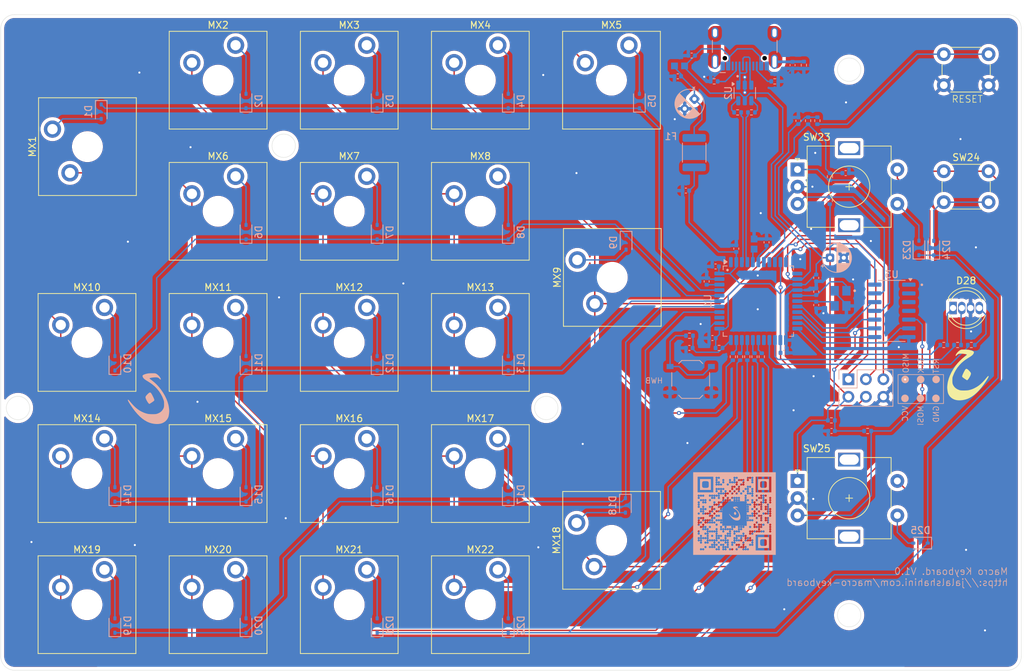
<source format=kicad_pcb>
(kicad_pcb (version 20241229) (generator "pcbnew") (generator_version "9.0")
  (layers (0 "F.Cu" signal) (2 "B.Cu" signal) (13 "F.Paste" user) (15 "B.Paste" user) (5 "F.SilkS" user "F.Silkscreen") (7 "B.SilkS" user "B.Silkscreen") (1 "F.Mask" user) (3 "B.Mask" user) (25 "Edge.Cuts" user))
  (net 0 "")
  (net 1 "GND")
  (net 2 "Net-(U1-XTAL1)")
  (net 3 "Net-(U1-XTAL2)")
  (net 4 "Net-(U1-AREF)")
  (net 5 "Net-(U1-UCAP)")
  (net 6 "R1")
  (net 7 "Net-(D1-A)")
  (net 8 "Net-(D2-A)")
  (net 9 "Net-(D3-A)")
  (net 10 "Net-(D4-A)")
  (net 11 "Net-(D5-A)")
  (net 12 "Net-(D6-A)")
  (net 13 "R2")
  (net 14 "Net-(D7-A)")
  (net 15 "Net-(D8-A)")
  (net 16 "Net-(D9-A)")
  (net 17 "R3")
  (net 18 "Net-(D11-A)")
  (net 19 "Net-(D12-A)")
  (net 20 "Net-(D13-A)")
  (net 21 "Net-(D14-A)")
  (net 22 "R4")
  (net 23 "Net-(D16-A)")
  (net 24 "Net-(D17-A)")
  (net 25 "Net-(D18-A)")
  (net 26 "Net-(D19-A)")
  (net 27 "Net-(D20-A)")
  (net 28 "Net-(D21-A)")
  (net 29 "R5")
  (net 30 "Net-(D22-A)")
  (net 31 "C1")
  (net 32 "C2")
  (net 33 "C3")
  (net 34 "C4")
  (net 35 "C5")
  (net 37 "Red")
  (net 39 "D+")
  (net 40 "Green")
  (net 41 "D-")
  (net 43 "Blue")
  (net 44 "Net-(D10-A)")
  (net 45 "Net-(D15-A)")
  (net 46 "Net-(D23-A)")
  (net 47 "Net-(D24-A)")
  (net 48 "Net-(D25-A)")
  (net 49 "VCC")
  (net 50 "A1")
  (net 51 "B1")
  (net 52 "A2")
  (net 53 "B2")
  (net 56 "Net-(C11-Pad1)")
  (net 57 "VBUS")
  (net 58 "RST")
  (net 59 "GND_SH")
  (net 60 "UGND")
  (net 61 "Net-(MX1-Pad1)")
  (net 62 "Net-(MX12-Pad1)")
  (net 63 "Net-(MX13-Pad1)")
  (net 64 "Net-(MX14-Pad1)")
  (net 65 "Net-(MX10-Pad1)")
  (net 66 "Net-(R3-Pad2)")
  (net 67 "Net-(R4-Pad2)")
  (net 68 "Net-(R6-Pad2)")
  (net 69 "Net-(J2-D--PadA7)")
  (net 70 "Net-(J2-D+-PadA6)")
  (net 71 "Net-(J2-CC2)")
  (net 72 "Net-(J2-CC1)")
  (net 75 "CB1")
  (net 76 "CA1")
  (net 78 "CB2")
  (net 79 "CA2")
  (net 81 "HWB")
  (net 83 "MISO")
  (net 85 "Net-(D28-RA)")
  (net 86 "Net-(D28-BA)")
  (net 87 "MOSI")
  (net 88 "SCK")
  (net 89 "Net-(R20-Pad2)")
  (net 90 "Net-(D28-GA)")
  (footprint "PCM_Switch_Keyboard_Cherry_MX:SW_Cherry_MX_Plate_1.00u" (layer "F.Cu") (at 130.6215 59.525)
    (property "Reference" "MX3")
    (property "Value" "MX_SW_solder")
  )
  (footprint "PCM_Switch_Keyboard_Cherry_MX:SW_Cherry_MX_Plate_1.00u" (layer "F.Cu") (at 168.739313 126.379167 90)
    (property "Reference" "MX18")
    (property "Value" "MX_SW_solder")
  )
  (footprint "PCM_Switch_Keyboard_Cherry_MX:SW_Cherry_MX_Plate_1.00u" (layer "F.Cu") (at 111.5715 59.525)
    (property "Reference" "MX2")
    (property "Value" "MX_SW_solder")
  )
  (footprint "PCM_Switch_Keyboard_Cherry_MX:SW_Cherry_MX_Plate_1.00u" (layer "F.Cu") (at 130.6215 116.675)
    (property "Reference" "MX16")
    (property "Value" "MX_SW_solder")
  )
  (footprint "PCM_Switch_Keyboard_Cherry_MX:SW_Cherry_MX_Plate_1.00u" (layer "F.Cu") (at 92.5215 135.725)
    (property "Reference" "MX19")
    (property "Value" "MX_SW_solder")
  )
  (footprint "PCM_Switch_Keyboard_Cherry_MX:SW_Cherry_MX_Plate_1.00u" (layer "F.Cu") (at 149.6715 135.725)
    (property "Reference" "MX22")
    (property "Value" "MX_SW_solder")
  )
  (footprint "PCM_Switch_Keyboard_Cherry_MX:SW_Cherry_MX_Plate_1.00u" (layer "F.Cu") (at 92.5215 116.675)
    (property "Reference" "MX14")
    (property "Value" "MX_SW_solder")
  )
  (footprint "footprints:j" (layer "F.Cu") (at 220.64613 102.359131)
    (property "Reference" "G***" (hide yes))
    (property "Value" "LOGO" (hide yes))
  )
  (footprint "PCM_Switch_Keyboard_Cherry_MX:SW_Cherry_MX_Plate_1.00u" (layer "F.Cu") (at 92.5215 97.625)
    (property "Reference" "MX10")
    (property "Value" "MX_SW_solder")
  )
  (footprint "PCM_Switch_Keyboard_Cherry_MX:SW_Cherry_MX_Plate_1.00u" (layer "F.Cu") (at 168.839313 88.179167 90)
    (property "Reference" "MX9")
    (property "Value" "MX_SW_solder")
  )
  (footprint "Rotary_Encoder:RotaryEncoder_Alps_EC11E-Switch_Vertical_H20mm" (layer "F.Cu") (at 195.75 72.5)
    (property "Reference" "SW23")
    (property "Value" "RotaryEncoder_Switch")
  )
  (footprint "PCM_Switch_Keyboard_Cherry_MX:SW_Cherry_MX_Plate_1.00u" (layer "F.Cu") (at 111.5715 116.675)
    (property "Reference" "MX15")
    (property "Value" "MX_SW_solder")
  )
  (footprint "PCM_Switch_Keyboard_Cherry_MX:SW_Cherry_MX_Plate_1.00u" (layer "F.Cu") (at 149.6715 78.575)
    (property "Reference" "MX8")
    (property "Value" "MX_SW_solder")
  )
  (footprint "PCM_Switch_Keyboard_Cherry_MX:SW_Cherry_MX_Plate_1.00u" (layer "F.Cu") (at 149.6715 59.525)
    (property "Reference" "MX4")
    (property "Value" "MX_SW_solder")
  )
  (footprint "PCM_Switch_Keyboard_Cherry_MX:SW_Cherry_MX_Plate_1.00u" (layer "F.Cu") (at 168.7215 59.525)
    (property "Reference" "MX5")
    (property "Value" "MX_SW_solder")
  )
  (footprint "Button_Switch_THT:SW_PUSH_6mm_H9.5mm" (layer "F.Cu") (at 217 72.75)
    (property "Reference" "SW24")
    (property "Value" "SW_Push")
  )
  (footprint "PCM_Switch_Keyboard_Cherry_MX:SW_Cherry_MX_Plate_1.00u" (layer "F.Cu") (at 111.5715 78.575)
    (property "Reference" "MX6")
    (property "Value" "MX_SW_solder")
  )
  (footprint "PCM_Switch_Keyboard_Cherry_MX:SW_Cherry_MX_Plate_1.00u" (layer "F.Cu") (at 149.6715 116.675)
    (property "Reference" "MX17")
    (property "Value" "MX_SW_solder")
  )
  (footprint "PCM_Switch_Keyboard_Cherry_MX:SW_Cherry_MX_Plate_1.00u" (layer "F.Cu") (at 130.6215 97.625)
    (property "Reference" "MX12")
    (property "Value" "MX_SW_solder")
  )
  (footprint "PCM_Switch_Keyboard_Cherry_MX:SW_Cherry_MX_Plate_1.00u" (layer "F.Cu") (at 92.589313 69.179167 90)
    (property "Reference" "MX1")
    (property "Value" "MX_SW_solder")
  )
  (footprint "PCM_Switch_Keyboard_Cherry_MX:SW_Cherry_MX_Plate_1.00u" (layer "F.Cu") (at 130.6215 78.575)
    (property "Reference" "MX7")
    (property "Value" "MX_SW_solder")
  )
  (footprint "PCM_Switch_Keyboard_Cherry_MX:SW_Cherry_MX_Plate_1.00u" (layer "F.Cu") (at 149.6715 97.625)
    (property "Reference" "MX13")
    (property "Value" "MX_SW_solder")
  )
  (footprint "LED_THT:LED_D5.0mm-4_RGB" (layer "F.Cu") (at 218.345 92.625)
    (property "Reference" "D28")
    (property "Value" "LED_BGKR")
  )
  (footprint "PCM_Switch_Keyboard_Cherry_MX:SW_Cherry_MX_Plate_1.00u" (layer "F.Cu") (at 111.5715 97.625)
    (property "Reference" "MX11")
    (property "Value" "MX_SW_solder")
  )
  (footprint "PCM_Switch_Keyboard_Cherry_MX:SW_Cherry_MX_Plate_1.00u" (layer "F.Cu") (at 111.5715 135.725)
    (property "Reference" "MX20")
    (property "Value" "MX_SW_solder")
  )
  (footprint "PCM_Switch_Keyboard_Cherry_MX:SW_Cherry_MX_Plate_1.00u" (layer "F.Cu") (at 130.6215 135.725)
    (property "Reference" "MX21")
    (property "Value" "MX_SW_solder")
  )
  (footprint "Button_Switch_THT:SW_PUSH_6mm_H4.3mm" (layer "F.Cu") (at 217 55.75)
    (property "Reference" "SW1" (hide yes))
    (property "Value" "SW_Push")
  )
  (footprint "Rotary_Encoder:RotaryEncoder_Alps_EC11E-Switch_Vertical_H20mm" (layer "F.Cu") (at 195.75 117.75)
    (property "Reference" "SW25")
    (property "Value" "RotaryEncoder_Switch")
  )
  (footprint "Resistor_SMD:R_0402_1005Metric" (layer "B.Cu") (at 180.05 96.65 180)
    (property "Reference" "R20" (hide yes))
    (property "Value" "330")
  )
  (footprint "Resistor_SMD:R_0402_1005Metric" (layer "B.Cu") (at 190.55 99.7 -90)
    (property "Reference" "R12" (hide yes))
    (property "Value" "22")
  )
  (footprint "Diode_SMD:D_SOD-323" (layer "B.Cu") (at 172.775 62.555 90)
    (property "Reference" "D5")
    (property "Value" "D")
  )
  (footprint "footprints:j" (layer "B.Cu") (at 101.320851 105.799131 180)
    (property "Reference" "G***" (hide yes))
    (property "Value" "LOGO" (hide yes))
  )
  (footprint "Diode_SMD:D_SOD-323" (layer "B.Cu") (at 115.625 119.705 90)
    (property "Reference" "D15")
    (property "Value" "D")
  )
  (footprint "Capacitor_SMD:C_0402_1005Metric" (layer "B.Cu") (at 195.02999 57.34 -90)
    (property "Reference" "C15" (hide yes))
    (property "Value" "4.7 nF")
  )
  (footprint "Capacitor_SMD:C_0402_1005Metric" (layer "B.Cu") (at 198.46625 88.25375 -90)
    (property "Reference" "C16" (hide yes))
    (property "Value" "100 nF")
  )
  (footprint "Resistor_SMD:R_0402_1005Metric" (layer "B.Cu") (at 196.66999 57.34 90)
    (property "Reference" "R7" (hide yes))
    (property "Value" "1M")
  )
  (footprint "Diode_SMD:D_SOD-323" (layer "B.Cu") (at 115.625 100.655 90)
    (property "Reference" "D11")
    (property "Value" "D")
  )
  (footprint "Diode_SMD:D_SOD-323" (layer "B.Cu") (at 153.725 81.605 90)
    (property "Reference" "D8")
    (property "Value" "D")
  )
  (footprint "footprints:BEADC1608X95N" (layer "B.Cu") (at 178.60849 57.450677 180)
    (property "Reference" "FB1" (hide yes))
    (property "Value" "FerriteBead")
  )
  (footprint "Resistor_SMD:R_0402_1005Metric" (layer "B.Cu") (at 217 98 180)
    (property "Reference" "R21" (hide yes))
    (property "Value" "330")
  )
  (footprint "Diode_SMD:D_SOD-323" (layer "B.Cu") (at 153.725 100.655 90)
    (property "Reference" "D13")
    (property "Value" "D")
  )
  (footprint "Capacitor_SMD:C_0402_1005Metric" (layer "B.Cu") (at 202.74349 73.030677)
    (property "Reference" "C18" (hide yes))
    (property "Value" "2.2uF")
  )
  (footprint "Diode_SMD:D_SOD-323" (layer "B.Cu") (at 170.842813 83.099167 -90)
    (property "Reference" "D9")
    (property "Value" "D")
  )
  (footprint "Resistor_SMD:R_0402_1005Metric" (layer "B.Cu") (at 184.35 98.43)
    (property "Reference" "R19" (hide yes))
    (property "Value" "10 K")
  )
  (footprint "Capacitor_SMD:C_0402_1005Metric" (layer "B.Cu") (at 179.52349 75.570677 180)
    (property "Reference" "C6" (hide yes))
    (property "Value" "10 uF")
  )
  (footprint "Resistor_SMD:R_0402_1005Metric" (layer "B.Cu") (at 200.42349 77.020677 90)
    (property "Reference" "R16" (hide yes))
    (property "Value" "10 K")
  )
  (footprint "Resistor_SMD:R_0402_1005Metric" (layer "B.Cu") (at 183.63999 59.7)
    (property "Reference" "R1" (hide yes))
    (property "Value" "5.1K")
  )
  (footprint "Resistor_SMD:R_0402_1005Metric" (layer "B.Cu") (at 189.5 99.7 -90)
    (property "Reference" "R8" (hide yes))
    (property "Value" "22")
  )
  (footprint "Capacitor_SMD:C_0402_1005Metric" (layer "B.Cu") (at 183.84 86.59 180)
    (property "Reference" "C7" (hide yes))
    (property "Value" "100 nF")
  )
  (footprint "Diode_SMD:D_SOD-323" (layer "B.Cu") (at 115.625 81.605 90)
    (property "Reference" "D6")
    (property "Value" "D")
  )
  (footprint "Resistor_SMD:R_0402_1005Metric" (layer "B.Cu") (at 187.04499 64.205677 180)
    (property "Reference" "R3" (hide yes))
    (property "Value" "22")
  )
  (footprint "Diode_SMD:D_SOD-323" (layer "B.Cu") (at 215.54349 83.918177 90)
    (property "Reference" "D24")
    (property "Value" "D")
  )
  (footprint "Resistor_SMD:R_0402_1005Metric" (layer "B.Cu") (at 189.05499 64.205677)
    (property "Reference" "R4" (hide yes))
    (property "Value" "22")
  )
  (footprint "footprints:BEADC1608X95N" (layer "B.Cu") (at 189.44 83.33 90)
    (property "Reference" "FB2" (hide yes))
    (property "Value" "FerriteBead")
  )
  (footprint "Fuse:Fuse_1812_4532Metric" (layer "B.Cu") (at 180.73349 70.050677 -90)
    (property "Reference" "F1")
    (property "Value" "Polyfuse")
  )
  (footprint "Diode_SMD:D_SOD-323" (layer "B.Cu") (at 153.725 62.555 90)
    (property "Reference" "D4")
    (property "Value" "D")
  )
  (footprint "Diode_SMD:D_SOD-323" (layer "B.Cu") (at 213.38349 83.898177 90)
    (property "Reference" "D23")
    (property "Value" "D")
  )
  (footprint "Diode_SMD:D_SOD-323" (layer "B.Cu") (at 153.725 119.705 90)
    (property "Reference" "D17")
    (property "Value" "D")
  )
  (footprint "Diode_SMD:D_SOD-323" (layer "B.Cu") (at 134.675 62.555 90)
    (property "Reference" "D3")
    (property "Value" "D")
  )
  (footprint "Capacitor_SMD:C_0402_1005Metric" (layer "B.Cu") (at 200.69 110.49 180)
    (property "Reference" "C19" (hide yes))
    (property "Value" "2.2uF")
  )
  (footprint "Capacitor_SMD:C_0402_1005Metric" (layer "B.Cu") (at 178.35349 58.960677 180)
    (property "Reference" "C11" (hide yes))
    (property "Value" "100 nF")
  )
  (footprint "Resistor_SMD:R_0402_1005Metric" (layer "B.Cu") (at 200.67 108.95 180)
    (property "Reference" "R15" (hide yes))
    (property "Value" "10 K")
  )
  (footprint "Diode_SMD:D_SOD-323" (layer "B.Cu") (at 96.575 100.655 90)
    (property "Reference" "D10")
    (property "Value" "D")
  )
  (footprint "Capacitor_SMD:C_0402_1005Metric" (layer "B.Cu") (at 182.55 88.76 -90)
    (property "Reference" "C3" (hide yes))
    (property "Value" "100 nF")
  )
  (footprint "Diode_SMD:D_SOD-323" (layer "B.Cu") (at 170.742813 121.299167 -90)
    (property "Reference" "D18")
    (property "Value" "D")
  )
  (footprint "Connector_USB:USB_C_Receptacle_HCTL_HC-TYPE-C-16P-01A" (layer "B.Cu") (at 188.0765 53.725)
    (property "Reference" "J2" (hide yes))
    (property "Value" "USB_C_Receptacle_USB2.0_16P")
  )
  (footprint "Diode_SMD:D_SOD-323" (layer "B.Cu") (at 134.675 138.755 90)
    (property "Reference" "D21")
    (property "Value" "D")
  )
  (footprint "Resistor_SMD:R_0402_1005Metric" (layer "B.Cu") (at 221 98 180)
    (property "Reference" "R17" (hide yes))
    (property "Value" "330")
  )
  (footprint "Diode_SMD:D_SOD-323" (layer "B.Cu") (at 134.675 119.705 90)
    (property "Reference" "D16")
    (property "Value" "D")
  )
  (footprint "Diode_SMD:D_SOD-323" (layer "B.Cu") (at 96.575 119.705 90)
    (property "Reference" "D14")
    (property "Value" "D")
  )
  (footprint "Capacitor_SMD:C_0402_1005Metric" (layer "B.Cu") (at 198.46625 92.19375 90)
    (property "Reference" "C1" (hide yes))
    (property "Value" "10pF")
  )
  (footprint "Resistor_SMD:R_0402_1005Metric" (layer "B.Cu") (at 197.28349 65.410677 90)
    (property "Reference" "R5" (hide yes))
    (property "Value" "10 K")
  )
  (footprint "Resistor_SMD:R_0402_1005Metric" (layer "B.Cu") (at 187.4 99.7 -90)
    (property "Reference" "R10" (hide yes))
    (property "Value" "22")
  )
  (footprint "Capacitor_SMD:C_0402_1005Metric" (layer "B.Cu") (at 193.76 99.14)
    (property "Reference" "C10" (hide yes))
    (property "Value" "100 nF")
  )
  (footprint "Connector_PinHeader_2.54mm:PinHeader_2x03_P2.54mm_Vertical" (layer "B.Cu") (at 203.14 102.98 -90)
    (property "Reference" "J1" (hide yes))
    (property "Value" "Conn_01x06")
  )
  (footprint "Capacitor_SMD:C_0402_1005Metric" (layer "B.Cu") (at 191.25 83.08 90)
    (property "Reference" "C4" (hide yes))
    (property "Value" "1 uF")
  )
  (footprint "Button_Switch_SMD:SW_Push_1P1T_XKB_TS-1187A" (layer "B.Cu") (at 180.23 103 180)
    (property "Reference" "SW2" (hide yes))
    (property "Value" "SW_Push")
  )
  (footprint "Capacitor_SMD:C_0402_1005Metric" (layer "B.Cu") (at 183.38 96.99 180)
    (property "Reference" "C9" (hide yes))
    (property "Value" "100 nF")
  )
  (footprint "footprints:qr" (layer "B.Cu") (at 186.59349 122.480677 180)
    (property "Reference" "G***" (hide yes))
    (property "Value" "LOGO" (hide yes))
  )
  (footprint "Diode_SMD:D_SOD-323" (layer "B.Cu") (at 94.592813 64.099167 -90)
    (property "Reference" "D1")
    (property "Value" "D")
  )
  (footprint "Capacitor_THT:CP_Radial_D4.0mm_P2.00mm" (layer "B.Cu") (at 200.47 85.33)
    (property "Reference" "C5" (hide yes))
    (property "Value" "10 uF")
  )
  (footprint "Capacitor_SMD:C_0402_1005Metric" (layer "B.Cu") (at 195.87349 65.420677 90)
    (property "Reference" "C14" (hide yes))
    (property "Value" "10 nF")
  )
  (footprint "Resistor_SMD:R_0402_1005Metric" (layer "B.Cu") (at 188.45 99.7 -90)
    (property "Reference" "R9" (hide yes))
    (property "Value" "22")
  )
  (footprint "Package_TO_SOT_SMD:SOT-23-6" (layer "B.Cu") (at 188.090191 61.381677 -90)
    (property "Reference" "U2")
    (property "Value" "USBLC6-2SC6")
  )
  (footprint "Capacitor_SMD:C_0402_1005Metric" (layer "B.Cu") (at 186.85 84 90)
    (property "Reference" "C8" (hide yes))
    (property "Value" "100 nF")
  )
  (footprint "Capacitor_THT:CP_Radial_D4.0mm_P2.00mm" (layer "B.Cu") (at 180.770597 62.251063 -135)
    (property "Reference" "C13" (hide yes))
    (property "Value" "4.7 uF")
  )
  (footprint "Package_SO:SOIC-14_3.9x8.7mm_P1.27mm" (layer "B.Cu") (at 209.44349 93.04 180)
    (property "Reference" "U3")
    (property "Value" "74HC14")
  )
  (footprint "Diode_SMD:D_SOD-323" (layer "B.Cu") (at 115.625 62.555 90)
    (property "Reference" "D2")
    (property "Value" "D")
  )
  (footprint "Diode_SMD:D_SOD-323" (layer "B.Cu") (at 96.575 138.755 90)
    (property "Reference" "D19")
    (property "Value" "D")
  )
  (footprint "Package_QFP:TQFP-44_10x10mm_P0.8mm" (layer "B.Cu") (at 190.06 91.62 -90)
    (property "Reference" "U1")
    (property "Value" "ATmega32U4-A")
  )
  (footprint "Resistor_SMD:R_0402_1005Metric" (layer "B.Cu") (at 186.35 99.7 -90)
    (property "Reference" "R11" (hide yes))
    (property "Value" "22")
  )
  (footprint "Diode_SMD:D_SOD-323" (layer "B.Cu") (at 134.675 100.655 90)
    (property "Reference" "D12")
    (property "Value" "D")
  )
  (footprint "Resistor_SMD:R_0402_1005Metric" (layer "B.Cu") (at 198.63349 65.410677 -90)
    (property "Reference" "R6" (hide yes))
    (property "Value" "330")
  )
  (footprint "Resistor_SMD:R_0402_1005Metric" (layer "B.Cu") (at 219 98 180)
    (property "Reference" "R18" (hide yes))
    (property "Value" "330")
  )
  (footprint "Capacitor_SMD:C_0402_1005Metric" (layer "B.Cu") (at 198.46625 90.25375 -90)
    (property "Reference" "C2" (hide yes))
    (property "Value" "10pF")
  )
  (footprint "Diode_SMD:D_SOD-323" (layer "B.Cu") (at 115.625 138.755 90)
    (property "Reference" "D20")
    (property "Value" "D")
  )
  (footprint "Capacitor_SMD:C_0402_1005Metric" (layer "B.Cu") (at 180.03349 98.420677 180)
    (property "Reference" "C17" (hide yes))
    (property "Value" "10 nF")
  )
  (footprint "Resistor_SMD:R_0402_1005Metric" (layer "B.Cu") (at 205.93349 110.490677)
    (property "Reference" "R13" (hide yes))
    (property "Value" "10 K")
  )
  (footprint "footprints:OSC_X322516MLB4SI" (layer "B.Cu") (at 202 91.22 180)
    (property "Reference" "Y1" (hide yes))
    (property "Value" "Crystal_GND24")
  )
  (footprint "Capacitor_SMD:C_0402_1005Metric" (layer "B.Cu") (at 180.36999 55.950677 180)
    (property "Reference" "C12" (hide yes))
    (property "Value" "10 nF")
  )
  (footprint "Diode_SMD:D_SOD-323" (layer "B.Cu") (at 134.675 81.605 90)
    (property "Reference" "D7")
    (property "Value" "D")
  )
  (footprint "Resistor_SMD:R_0402_1005Metric" (layer "B.Cu") (at 192.43999 59.7 180)
    (property "Reference" "R2" (hide yes))
    (property "Value" "5.1K")
  )
  (footprint "Resistor_SMD:R_0402_1005Metric" (layer "B.Cu") (at 200.46 73.540677 -90)
    (property "Reference" "R14" (hide yes))
    (property "Value" "10 K")
  )
  (footprint "Diode_SMD:D_SOD-323" (layer "B.Cu") (at 153.725 138.755 90)
    (property "Reference" "D22")
    (property "Value" "D")
  )
  (footprint "Diode_SMD:D_SOD-323" (layer "B.Cu") (at 213.61349 126.780677 180)
    (property "Reference" "D25")
    (property "Value" "D")
  )
  (gr_circle (center 213.60849 105.750677) (end 214.10849 105.750677) (stroke (width 0.1)) (fill yes) (layer "B.SilkS"))
  (gr_circle (center 213.81349 89.250677) (end 213.68349 89.280677) (stroke (width 0.1)) (fill yes) (layer "B.SilkS"))
  (gr_rect (start 210.35849 102.300677) (end 216.95849 106.500677) (stroke (width 0.1)) (fill no) (layer "B.SilkS"))
  (gr_circle (center 211.35849 105.750677) (end 211.85849 105.750677) (stroke (width 0.1)) (fill yes) (layer "B.SilkS"))
  (gr_circle (center 211.38349 103.000677) (end 211.88349 103.000677) (stroke (width 0.1)) (fill yes) (layer "B.SilkS"))
  (gr_circle (center 215.88349 103.000677) (end 216.38349 103.000677) (stroke (width 0.1)) (fill yes) (layer "B.SilkS"))
  (gr_circle (center 215.85849 105.750677) (end 216.35849 105.750677) (stroke (width 0.1)) (fill yes) (layer "B.SilkS"))
  (gr_circle (center 187.04349 58.950677) (end 186.91349 58.980677) (stroke (width 0.1)) (fill yes) (layer "B.SilkS"))
  (gr_circle (center 185.57349 87.110677) (end 185.44349 87.140677) (stroke (width 0.1)) (fill yes) (layer "B.SilkS"))
  (gr_circle (center 213.63349 103.000677) (end 214.13349 103.000677) (stroke (width 0.1)) (fill yes) (layer "B.SilkS"))
  (gr_arc (start 228.25 143.25) (mid 227.664214 144.664214) (end 226.25 145.25) (stroke (width 0.05)) (layer "Edge.Cuts"))
  (gr_arc (start 82 145.250001) (mid 80.585786 144.664214) (end 79.999999 143.25) (stroke (width 0.05)) (layer "Edge.Cuts"))
  (gr_line (start 80 52) (end 80 143.25) (stroke (width 0.05)) (layer "Edge.Cuts"))
  (gr_circle (center 159.25 107.15) (end 160.95 107.15) (stroke (width 0.05)) (fill no) (layer "Edge.Cuts"))
  (gr_circle (center 203.25 137.25) (end 204.95 137.25) (stroke (width 0.05)) (fill no) (layer "Edge.Cuts"))
  (gr_circle (center 203.25 58) (end 204.95 58) (stroke (width 0.05)) (fill no) (layer "Edge.Cuts"))
  (gr_circle (center 82.5 107.15) (end 84.2 107.15) (stroke (width 0.05)) (fill no) (layer "Edge.Cuts"))
  (gr_arc (start 226.25 50) (mid 227.664214 50.585786) (end 228.25 52) (stroke (width 0.05)) (layer "Edge.Cuts"))
  (gr_circle (center 121.1 69.05) (end 122.8 69.05) (stroke (width 0.05)) (fill no) (layer "Edge.Cuts"))
  (gr_line (start 82 145.25) (end 226.25 145.25) (stroke (width 0.05)) (layer "Edge.Cuts"))
  (gr_line (start 228.25 52) (end 228.25 143.25) (stroke (width 0.05)) (layer "Edge.Cuts"))
  (gr_line (start 82 50) (end 226.25 50) (stroke (width 0.05)) (layer "Edge.Cuts"))
  (gr_arc (start 80 52) (mid 80.585786 50.585786) (end 82 50) (stroke (width 0.05)) (layer "Edge.Cuts"))
  (gr_text "RESET" (at 218.08349 62.860677 0) (layer "F.SilkS") (effects (font (size 1 1) (thickness 0.1)) (justify left bottom)))
  (gr_text "GND" (at 216.35849 106.750677 90) (layer "B.SilkS") (effects (font (size 0.8 0.8) (thickness 0.1)) (justify left bottom mirror)))
  (gr_text "VCC" (at 211.85849 106.750677 90) (layer "B.SilkS") (effects (font (size 0.8 0.8) (thickness 0.1)) (justify left bottom mirror)))
  (gr_text "RST" (at 216.35849 99.900677 90) (layer "B.SilkS") (effects (font (size 0.8 0.8) (thickness 0.1)) (justify left bottom mirror)))
  (gr_text "HWB" (at 176.24349 103.650677 0) (layer "B.SilkS") (effects (font (size 0.8 0.8) (thickness 0.1)) (justify left bottom mirror)))
  (gr_text "MOSI" (at 214.10849 106.750677 90) (layer "B.SilkS") (effects (font (size 0.8 0.8) (thickness 0.1)) (justify left bottom mirror)))
  (gr_text "MISO\n" (at 211.95849 99.100677 90) (layer "B.SilkS") (effects (font (size 0.8 0.8) (thickness 0.1)) (justify left bottom mirror)))
  (gr_text "SCK\n" (at 214.15849 99.700677 90) (layer "B.SilkS") (effects (font (size 0.8 0.8) (thickness 0.1)) (justify left bottom mirror)))
  (gr_text "Macro Keyboard. V1.0\nhttps://jalalshahini.com/macro-keyboard" (at 226.39349 133.080677 0) (layer "B.SilkS") (effects (font (size 1 1) (thickness 0.1)) (justify left bottom mirror)))
  (via (at 121.39349 123.160677) (size 0.6) (drill 0.3) (layers "F.Cu" "B.Cu") (net 1))
  (via (at 222.98349 139.460677) (size 0.6) (drill 0.3) (layers "F.Cu" "B.Cu") (net 1))
  (via (at 199.51349 93.380677) (size 0.6) (drill 0.3) (layers "F.Cu" "B.Cu") (net 1))
  (via (at 189.96849 92.805677) (size 0.6) (drill 0.3) (layers "F.Cu" "B.Cu") (net 1))
  (via (at 198.08349 102.530677) (size 0.6) (drill 0.3) (layers "F.Cu" "B.Cu") (net 1))
  (via (at 198.87349 112.400677) (size 0.6) (drill 0.3) (layers "F.Cu" "B.Cu") (net 1))
  (via (at 203.82349 88.470677) (size 0.6) (drill 0.3) (layers "F.Cu" "B.Cu") (net 1))
  (via (at 158.80349 58.770677) (size 0.6) (drill 0.3) (layers "F.Cu" "B.Cu") (net 1))
  (via (at 98.46349 82.990677) (size 0.6) (drill 0.3) (layers "F.Cu" "B.Cu") (net 1))
  (via (at 219.42349 68.080677) (size 0.6) (drill 0.3) (layers "F.Cu" "B.Cu") (net 1))
  (via (at 196.14349 85.530677) (size 0.6) (drill 0.3) (layers "F.Cu" "B.Cu") (net 1))
  (via (at 190.40349 78.840677) (size 0.6) (drill 0.3) (layers "F.Cu" "B.Cu") (net 1))
  (via (at 108.57349 106.250677) (size 0.6) (drill 0.3) (layers "F.Cu" "B.Cu") (net 1))
  (via (at 158.09349 127.390677) (size 0.6) (drill 0.3) (layers "F.Cu" "B.Cu") (net 1))
  (via (at 84.45349 126.620677) (size 0.6) (drill 0.3) (layers "F.Cu" "B.Cu") (net 1))
  (via (at 179.75349 112.240677) (size 0.6) (drill 0.3) (layers "F.Cu" "B.Cu") (net 1))
  (via (at 197.72349 81.130677) (size 0.6) (drill 0.3) (layers "F.Cu" "B.Cu") (net 1))
  (via (at 198.03349 120.360677) (size 0.6) (drill 0.3) (layers "F.Cu" "B.Cu") (net 1))
  (via (at 188.090191 61.31618) (size 0.6) (drill 0.3) (layers "F.Cu" "B.Cu") (net 1))
  (via (at 195.17349 107.480677) (size 0.6) (drill 0.3) (layers "F.Cu" "B.Cu") (net 1))
  (via (at 99.47349 127.060677) (size 0.6) (drill 0.3) (layers "F.Cu" "B.Cu") (net 1))
  (via (at 189.96849 87.905677) (size 0.6) (drill 0.3) (layers "F.Cu" "B.Cu") (net 1))
  (via (at 138.48349 89.060677) (size 0.6) (drill 0.3) (layers "F.Cu" "B.Cu") (net 1))
  (via (at 182.19349 59.030677) (size 0.6) (drill 0.3) (layers "F.Cu" "B.Cu") (net 1))
  (via (at 193.82349 136.390677) (size 0.6) (drill 0.3) (layers "F.Cu" "B.Cu") (net 1))
  (via (at 164.54349 112.370677) (size 0.6) (drill 0.3) (layers "F.Cu" "B.Cu") (net 1))
  (via (at 107.56349 69.260677) (size 0.6) (drill 0.3) (layers "F.Cu" "B.Cu") (net 1))
  (via (at 120.42349 91.080677) (size 0.6) (drill 0.3) (layers "F.Cu" "B.Cu") (net 1))
  (via (at 210.46349 98.310677) (size 0.6) (drill 0.3) (layers "F.Cu" "B.Cu") (net 1))
  (via (at 100.13349 58.420677) (size 0.6) (drill 0.3) (layers "F.Cu" "B.Cu") (net 1))
  (via (at 188.084984 59.090677) (size 0.6) (drill 0.3) (layers "F.Cu" "B.Cu") (net 1))
  (via (at 197.91349 75) (size 0.6) (drill 0.3) (layers "F.Cu" "B.Cu") (net 1))
  (via (at 211.38349 103.000677) (size 0.6) (drill 0.3) (layers "F.Cu" "B.Cu") (net 1))
  (via (at 202.79349 62.750677) (size 0.6) (drill 0.3) (layers "F.Cu" "B.Cu") (net 1))
  (via (at 220.23349 127.760677) (size 0.6) (drill 0.3) (layers "F.Cu" "B.Cu") (net 1))
  (via (at 177.91349 65.190677) (size 0.6) (drill 0.3) (layers "F.Cu" "B.Cu") (net 1))
  (via (at 163.63349 73.020677) (size 0.6) (drill 0.3) (layers "F.Cu" "B.Cu") (net 1))
  (via (at 198.32349 70.090677) (size 0.6) (drill 0.3) (layers "F.Cu" "B.Cu") (net 1))
  (via (at 221.66349 83.810677) (size 0.6) (drill 0.3) (layers "F.Cu" "B.Cu") (net 1))
  (via (at 206.40349 82.890677) (size 0.6) (drill 0.3) (layers "F.Cu" "B.Cu") (net 1))
  (via (at 220.96349 96.03) (size 0.6) (drill 0.3) (layers "F.Cu" "B.Cu") (net 1))
  (via (at 181.67349 94.950677) (size 0.6) (drill 0.3) (layers "F.Cu" "B.Cu") (net 1))
  (segment (start 194.05999 90.948178) (end 194.05999 97.285677) (width 0.2) (layer "B.Cu") (net 1))
  (segment (start 188.090191 60.244177) (end 188.090191 61.31618) (width 0.2) (layer "B.Cu") (net 1))
  (segment (start 202.85 92.32) (end 202.85 92.067187) (width 0.2) (layer "B.Cu") (net 1))
  (segment (start 188.084984 59.128769) (end 188.090191 59.133976) (width 0.2) (layer "B.Cu") (net 1))
  (segment (start 211.91849 97.645677) (end 211.91849 96.85) (width 0.2) (layer "B.Cu") (net 1))
  (segment (start 194.05999 98.960677) (end 194.23999 99.140677) (width 0.2) (layer "B.Cu") (net 1))
  (segment (start 195.72249 90.023177) (end 194.984991 90.023177) (width 0.2) (layer "B.Cu") (net 1))
  (segment (start 191.2765 57.47) (end 191.2765 57.863687) (width 0.2) (layer "B.Cu") (net 1))
  (segment (start 195.7225 90.02) (end 198.22 90.02) (width 0.2) (layer "B.Cu") (net 1))
  (segment (start 197.91349 75) (end 195.75 75) (width 0.2) (layer "B.Cu") (net 1))
  (segment (start 199.32349 94.260677) (end 198.46625 93.403437) (width 0.2) (layer "B.Cu") (net 1))
  (segment (start 184.8765 57.47) (end 184.8765 57.854167) (width 0.2) (layer "B.Cu") (net 1))
  (segment (start 199.51349 93.380677) (end 199.52349 93.370677) (width 0.2) (layer "B.Cu") (net 1))
  (segment (start 191.2765 57.863687) (end 191.83249 58.419677) (width 0.2) (layer "B.Cu") (net 1))
  (segment (start 199.246563 92.67375) (end 198.46625 92.67375) (width 0.2) (layer "B.Cu") (net 1))
  (segment (start 184.8765 57.854167) (end 183.12999 59.600677) (width 0.2) (layer "B.Cu") (net 1))
  (segment (start 188.084984 59.090677) (end 188.084984 59.128769) (width 0.2) (layer "B.Cu") (net 1))
  (segment (start 182.69599 88.423177) (end 182.55349 88.280677) (width 0.2) (layer "B.Cu") (net 1))
  (segment (start 202.85 93.554167) (end 202.14349 94.260677) (width 0.2) (layer "B.Cu") (net 1))
  (segment (start 198.46625 93.403437) (end 198.46625 92.67375) (width 0.2) (layer "B.Cu") (net 1))
  (segment (start 198.22 90.02) (end 198.46625 89.77375) (width 0.2) (layer "B.Cu") (net 1))
  (segment (start 199.52349 93.370677) (end 199.52349 92.950677) (width 0.2) (layer "B.Cu") (net 1))
  (segment (start 200.80375 89.77375) (end 201.15 90.12) (width 0.2) (layer "B.Cu") (net 1))
  (segment (start 202.85 92.32) (end 202.85 93.554167) (width 0.2) (layer "B.Cu") (net 1))
  (segment (start 182.862813 59.7) (end 182.19349 59.030677) (width 0.2) (layer "B.Cu") (net 1))
  (segment (start 191.83249 58.419677) (end 194.41099 58.419677) (width 0.2) (layer "B.Cu") (net 1))
  (segment (start 194.41099 58.419677) (end 195.02999 57.800677) (width 0.2) (layer "B.Cu") (net 1))
  (segment (start 202.14349 94.260677) (end 199.32349 94.260677) (width 0.2) (layer "B.Cu") (net 1))
  (segment (start 211.25349 98.310677) (end 211.91849 97.645677) (width 0.2) (layer "B.Cu") (net 1))
  (segment (start 194.984991 90.023177) (end 194.05999 90.948178) (width 0.2) (layer "B.Cu") (net 1))
  (segment (start 202.85 92.067187) (end 201.15 90.367187) (width 0.2) (layer "B.Cu") (net 1))
  (segment (start 198.46625 89.77375) (end 198.46625 88.73375) (width 0.2) (layer "B.Cu") (net 1))
  (segment (start 188.090191 59.133976) (end 188.090191 60.244177) (width 0.2) (layer "B.Cu") (net 1))
  (segment (start 210.46349 98.310677) (end 211.25349 98.310677) (width 0.2) (layer "B.Cu") (net 1))
  (segment (start 182.89999 95.583178) (end 183.659991 94.823177) (width 0.2) (layer "B.Cu") (net 1))
  (segment (start 201.15 90.367187) (end 201.15 90.12) (width 0.2) (layer "B.Cu") (net 1))
  (segment (start 199.52349 92.950677) (end 199.246563 92.67375) (width 0.2) (layer "B.Cu") (net 1))
  (segment (start 183.659991 94.823177) (end 184.39749 94.823177) (width 0.2) (layer "B.Cu") (net 1))
  (segment (start 194.05999 97.285677) (end 194.05999 98.960677) (width 0.2) (layer "B.Cu") (net 1))
  (segment (start 182.89999 96.990677) (end 182.89999 95.583178) (width 0.2) (layer "B.Cu") (net 1))
  (segment (start 184.39749 88.423177) (end 182.69599 88.423177) (width 0.2) (layer "B.Cu") (net 1))
  (segment (start 183.12999 59.600677) (end 183.12999 59.7) (width 0.2) (layer "B.Cu") (net 1))
  (segment (start 183.12999 59.7) (end 182.862813 59.7) (width 0.2) (layer "B.Cu") (net 1))
  (segment (start 198.38224 91.626927) (end 198.46974 91.714427) (width 0.2) (layer "B.Cu") (net 2))
  (segment (start 200.550677 91.720677) (end 201.15 92.32) (width 0.2) (layer "B.Cu") (net 2))
  (segment (start 198.473177 91.720677) (end 200.550677 91.720677) (width 0.2) (layer "B.Cu") (net 2))
  (segment (start 198.3725 91.62) (end 198.46625 91.71375) (width 0.2) (layer "B.Cu") (net 2))
  (segment (start 195.7225 91.62) (end 198.3725 91.62) (width 0.2) (layer "B.Cu") (net 2))
  (segment (start 198.46625 91.71375) (end 198.473177 91.720677) (width 0.2) (layer "B.Cu") (net 2))
  (segment (start 202.28349 88.820677) (end 202.85 89.387187) (width 0.2) (layer "B.Cu") (net 3))
  (segment (start 195.7225 90.82) (end 198.38 90.82) (width 0.2) (layer "B.Cu") (net 3))
  (segment (start 198.38 90.82) (end 198.46625 90.73375) (width 0.2) (layer "B.Cu") (net 3))
  (segment (start 198.580417 90.73375) (end 200.49349 88.820677) (width 0.2) (layer "B.Cu") (net 3))
  (segment (start 198.46625 90.73375) (end 198.580417 90.73375) (width 0.2) (layer "B.Cu") (net 3))
  (segment (start 198.37724 90.826927) (end 198.46974 90.734427) (width 0.2) (layer "B.Cu") (net 3))
  (segment (start 200.49349 88.820677) (end 202.28349 88.820677) (width 0.2) (layer "B.Cu") (net 3))
  (segment (start 195.72249 90.823177) (end 195.81499 90.730677) (width 0.2) (layer "B.Cu") (net 3))
  (segment (start 202.85 90.322) (end 202.85 90.12) (width 0.2) (layer "B.Cu") (net 3))
  (segment (start 202.85 89.387187) (end 202.85 90.12) (width 0.2) (layer "B.Cu") (net 3))
  (segment (start 182.55349 89.240677) (end 184.37999 89.240677) (width 0.2) (layer "B.Cu") (net 4))
  (segment (start 184.37999 89.240677) (end 184.39749 89.223177) (width 0.2) (layer "B.Cu") (net 4))
  (segment (start 190.05999 85.960677) (end 190.05999 85.114177) (width 0.2) (layer "B.Cu") (net 5))
  (segment (start 191.25349 83.920677) (end 191.25349 83.560677) (width 0.2) (layer "B.Cu") (net 5))
  (segment (start 190.05999 85.114177) (end 191.25349 83.920677) (width 0.2) (layer "B.Cu") (net 5))
  (segment (start 175.65349 84.010677) (end 181.66599 90.023177) (width 0.2) (layer "B.Cu") (net 6))
  (segment (start 181.66599 90.023177) (end 184.39749 90.023177) (width 0.2) (layer "B.Cu") (net 6))
  (segment (start 95.148646 63.605) (end 94.592813 63.049167) (width 0.2) (layer "B.Cu") (net 6))
  (segment (start 172.775 63.605) (end 175.65349 66.48349) (width 0.2) (layer "B.Cu") (net 6))
  (segment (start 115.625 63.605) (end 95.148646 63.605) (width 0.2) (layer "B.Cu") (net 6))
  (segment (start 172.775 63.605) (end 153.725 63.605) (width 0.2) (layer "B.Cu") (net 6))
  (segment (start 175.65349 66.48349) (end 175.65349 84.010677) (width 0.2) (layer "B.Cu") (net 6))
  (segment (start 153.725 63.605) (end 134.675 63.605) (width 0.2) (layer "B.Cu") (net 6))
  (segment (start 115.449167 63.605) (end 115.38349 63.670677) (width 0.2) (layer "B.Cu") (net 6))
  (segment (start 134.675 63.605) (end 115.449167 63.605) (width 0.2) (layer "B.Cu") (net 6))
  (segment (start 88.999313 65.149167) (end 87.509313 66.639167) (width 0.2) (layer "B.Cu") (net 7))
  (segment (start 94.592813 65.149167) (end 88.999313 65.149167) (width 0.2) (layer "B.Cu") (net 7))
  (segment (start 115.625 55.9585) (end 114.1115 54.445) (width 0.2) (layer "B.Cu") (net 8))
  (segment (start 115.625 61.505) (end 115.625 55.9585) (width 0.2) (layer "B.Cu") (net 8))
  (segment (start 134.675 55.9585) (end 133.1615 54.445) (width 0.2) (layer "B.Cu") (net 9))
  (segment (start 134.675 61.505) (end 134.675 55.9585) (width 0.2) (layer "B.Cu") (net 9))
  (segment (start 153.725 61.505) (end 153.725 55.9585) (width 0.2) (layer "B.Cu") (net 10))
  (segment (start 153.725 55.9585) (end 152.2115 54.445) (width 0.2) (layer "B.Cu") (net 10))
  (segment (start 172.775 55.9585) (end 171.2615 54.445) (width 0.2) (layer "B.Cu") (net 11))
  (segment (start 172.775 61.505) (end 172.775 55.9585) (width 0.2) (layer "B.Cu") (net 11))
  (segment (start 115.625 75.0085) (end 114.1115 73.495) (width 0.2) (layer "B.Cu") (net 12))
  (segment (start 115.625 80.555) (end 115.625 75.0085) (width 0.2) (layer "B.Cu") (net 12))
  (segment (start 108.244167 82.655) (end 115.625 82.655) (width 0.2) (layer "B.Cu") (net 13))
  (segment (start 102.64349 95.63651) (end 102.64349 88.255677) (width 0.2) (layer "B.Cu") (net 13))
  (segment (start 134.675 82.655) (end 115.625 82.655) (width 0.2) (layer "B.Cu") (net 13))
  (segment (start 170.842813 82.049167) (end 169.244323 80.450677) (width 0.2) (layer "B.Cu") (net 13))
  (segment (start 155.929323 80.450677) (end 153.725 82.655) (width 0.2) (layer "B.Cu") (net 13))
  (segment (start 170.842813 82.049167) (end 179.616823 90.823177) (width 0.2) (layer "B.Cu") (net 13))
  (segment (start 115.756833 82.523167) (end 115.625 82.655) (width 0.3) (layer "B.Cu") (net 13))
  (segment (start 102.64349 88.255677) (end 108.244167 82.655) (width 0.2) (layer "B.Cu") (net 13))
  (segment (start 153.725 82.655) (end 134.675 82.655) (width 0.2) (layer "B.Cu") (net 13))
  (segment (start 179.616823 90.823177) (end 184.39749 90.823177) (width 0.2) (layer "B.Cu") (net 13))
  (segment (start 96.575 101.705) (end 102.64349 95.63651) (width 0.2) (layer "B.Cu") (net 13))
  (segment (start 169.244323 80.450677) (end 155.929323 80.450677) (width 0.2) (layer "B.Cu") (net 13))
  (segment (start 134.675 80.555) (end 134.675 75.0085) (width 0.2) (layer "B.Cu") (net 14))
  (segment (start 134.675 75.0085) (end 133.1615 73.495) (width 0.2) (layer "B.Cu") (net 14))
  (segment (start 153.725 80.555) (end 153.725 75.0085) (width 0.2) (layer "B.Cu") (net 15))
  (segment (start 153.725 75.0085) (end 152.2115 73.495) (width 0.2) (layer "B.Cu") (net 15))
  (segment (start 169.352813 85.639167) (end 170.842813 84.149167) (width 0.2) (layer "B.Cu") (net 16))
  (segment (start 163.759313 85.639167) (end 169.352813 85.639167) (width 0.2) (layer "B.Cu") (net 16))
  (segment (start 115.625 101.705) (end 114.61849 102.71151) (width 0.2) (layer "B.Cu") (net 17))
  (segment (start 161.529167 101.705) (end 171.61099 91.623177) (width 0.2) (layer "B.Cu") (net 17))
  (segment (start 153.725 101.705) (end 134.675 101.705) (width 0.2) (layer "B.Cu") (net 17))
  (segment (start 117.61849 109.555677) (end 117.61849 118.76151) (width 0.2) (layer "B.Cu") (net 17))
  (segment (start 115.625 120.755) (end 96.575 120.755) (width 0.2) (layer "B.Cu") (net 17))
  (segment (start 171.61099 91.623177) (end 184.39749 91.623177) (width 0.2) (layer "B.Cu") (net 17))
  (segment (start 114.61849 102.71151) (end 114.61849 106.555677) (width 0.2) (layer "B.Cu") (net 17))
  (segment (start 134.675 101.705) (end 115.625 101.705) (width 0.2) (layer "B.Cu") (net 17))
  (segment (start 153.725 101.705) (end 161.529167 101.705) (width 0.2) (layer "B.Cu") (net 17))
  (segment (start 114.61849 106.555677) (end 117.61849 109.555677) (width 0.2) (layer "B.Cu") (net 17))
  (segment (start 117.61849 118.76151) (end 115.625 120.755) (width 0.2) (layer "B.Cu") (net 17))
  (segment (start 115.625 94.0585) (end 114.1115 92.545) (width 0.2) (layer "B.Cu") (net 18))
  (segment (start 115.625 99.605) (end 115.625 94.0585) (width 0.2) (layer "B.Cu") (net 18))
  (segment (start 134.675 99.605) (end 134.675 94.0585) (width 0.2) (layer "B.Cu") (net 19))
  (segment (start 134.675 94.0585) (end 133.1615 92.545) (width 0.2) (layer "B.Cu") (net 19))
  (segment (start 153.725 99.605) (end 153.725 94.0585) (width 0.2) (layer "B.Cu") (net 20))
  (segment (start 153.725 94.0585) (end 152.2115 92.545) (width 0.2) (layer "B.Cu") (net 20))
  (segment (start 96.575 113.1085) (end 95.0615 111.595) (width 0.2) (layer "B.Cu") (net 21))
  (segment (start 96.575 118.655) (end 96.575 113.1085) (width 0.2) (layer "B.Cu") (net 21))
  (segment (start 170.23698 120.755) (end 170.742813 120.249167) (width 0.2) (layer "B.Cu") (net 22))
  (segment (start 121.04349 134.38651) (end 121.04349 128.980677) (width 0.2) (layer "B.Cu") (net 22))
  (segment (start 96.575 139.805) (end 115.625 139.805) (width 0.2) (layer "B.Cu") (net 22))
  (segment (start 170.79349 97.590677) (end 175.96099 92.423177) (width 0.2) (layer "B.Cu") (net 22))
  (segment (start 170.79349 120.19849) (end 170.79349 97.590677) (width 0.2) (layer "B.Cu") (net 22))
  (segment (start 129.269167 120.755) (end 134.675 120.755) (width 0.2) (layer "B.Cu") (net 22))
  (segment (start 115.625 139.805) (end 121.04349 134.38651) (width 0.2) (layer "B.Cu") (net 22))
  (segment (start 153.756833 120.723167) (end 153.725 120.755) (width 0.3) (layer "B.Cu") (net 22))
  (segment (start 121.04349 128.980677) (end 129.269167 120.755) (width 0.2) (layer "B.Cu") (net 22))
  (segment (start 134.487813 120.755) (end 134.35349 120.620677) (width 0.3) (layer "B.Cu") (net 22))
  (segment (start 170.742813 120.249167) (end 170.79349 120.19849) (width 0.2) (layer "B.Cu") (net 22))
  (segment (start 175.96099 92.423177) (end 184.39749 92.423177) (width 0.2) (layer "B.Cu") (net 22))
  (segment (start 134.675 120.755) (end 153.725 120.755) (width 0.2) (layer "B.Cu") (net 22))
  (segment (start 153.725 120.755) (end 170.23698 120.755) (width 0.2) (layer "B.Cu") (net 22))
  (segment (start 134.675 118.655) (end 134.675 113.1085) (width 0.2) (layer "B.Cu") (net 23))
  (segment (start 134.675 113.1085) (end 133.1615 111.595) (width 0.2) (layer "B.Cu") (net 23))
  (segment (start 153.725 113.1085) (end 152.2115 111.595) (width 0.2) (layer "B.Cu") (net 24))
  (segment (start 153.725 118.655) (end 153.725 113.1085) (width 0.2) (layer "B.Cu") (net 24))
  (segment (start 165.149313 122.349167) (end 170.742813 122.349167) (width 0.2) (layer "B.Cu") (net 25))
  (segment (start 163.659313 123.839167) (end 165.149313 122.349167) (width 0.2) (layer "B.Cu") (net 25))
  (segment (start 96.575 132.1585) (end 95.0615 130.645) (width 0.2) (layer "B.Cu") (net 26))
  (segment (start 96.575 137.705) (end 96.575 132.1585) (width 0.2) (layer "B.Cu") (net 26))
  (segment (start 115.625 132.1585) (end 114.1115 130.645) (width 0.2) (layer "B.Cu") (net 27))
  (segment (start 115.625 137.705) (end 115.625 132.1585) (width 0.2) (layer "B.Cu") (net 27))
  (segment (start 134.675 137.705) (end 134.675 132.1585) (width 0.2) (layer "B.Cu") (net 28))
  (segment (start 134.675 132.1585) (end 133.1615 130.645) (width 0.2) (layer "B.Cu") (net 28))
  (segment (start 210.07349 131.370677) (end 201.12349 131.370677) (width 0.2) (layer "B.Cu") (net 29))
  (segment (start 214.66349 126.780677) (end 210.07349 131.370677) (width 0.2) (layer "B.Cu") (net 29))
  (segment (start 224.88349 102.770677) (end 224.88349 91.190677) (width 0.2) (layer "B.Cu") (net 29))
  (segment (start 192.689167 139.805) (end 162.49349 139.805) (width 0.2) (layer "B.Cu") (net 29))
  (segment (start 218.66099 84.968177) (end 215.54349 84.968177) (width 0.2) (layer "B.Cu") (net 29))
  (segment (start 214.66349 112.990677) (end 224.88349 102.770677) (width 0.2) (layer "B.Cu") (net 29))
  (segment (start 184.39749 93.223177) (end 179.20099 93.223177) (width 0.2) (layer "B.Cu") (net 29))
  (segment (start 173.65349 98.770677) (end 173.65349 128.645) (width 0.2) (layer "B.Cu") (net 29))
  (segment (start 153.725 139.805) (end 162.49349 139.805) (width 0.2) (layer "B.Cu") (net 29))
  (segment (start 179.20099 93.223177) (end 173.65349 98.770677) (width 0.2) (layer "B.Cu") (net 29))
  (segment (start 214.66349 126.780677) (end 214.66349 112.990677) (width 0.2) (layer "B.Cu") (net 29))
  (segment (start 224.88349 91.190677) (end 218.66099 84.968177) (width 0.2) (layer "B.Cu") (net 29))
  (segment (start 213.38349 84.948177) (end 215.52349 84.948177) (width 0.2) (layer "B.Cu") (net 29))
  (segment (start 215.52349 84.948177) (end 215.54349 84.968177) (width 0.2) (layer "B.Cu") (net 29))
  (segment (start 173.65349 128.645) (end 162.49349 139.805) (width 0.2) (layer "B.Cu") (net 29))
  (segment (start 201.12349 131.370677) (end 192.689167 139.805) (width 0.2) (layer "B.Cu") (net 29))
  (segment (start 153.725 139.805) (end 134.675 139.805) (width 0.2) (layer "B.Cu") (net 29))
  (segment (start 153.725 132.1585) (end 152.2115 130.645) (width 0.2) (layer "B.Cu") (net 30))
  (segment (start 153.725 137.705) (end 153.725 132.1585) (width 0.2) (layer "B.Cu") (net 30))
  (segment (start 189.25999 98.947177) (end 189.25999 97.285677) (width 0.2) (layer "B.Cu") (net 31))
  (segment (start 189.50349 99.190677) (end 189.25999 98.947177) (width 0.2) (layer "B.Cu") (net 31))
  (segment (start 188.45349 97.292177) (end 188.45999 97.285677) (width 0.2) (layer "B.Cu") (net 32))
  (segment (start 188.45349 99.190677) (end 188.45349 97.292177) (width 0.2) (layer "B.Cu") (net 32))
  (segment (start 187.40349 99.190677) (end 187.65999 98.934177) (width 0.2) (layer "B.Cu") (net 33))
  (segment (start 187.65999 98.934177) (end 187.65999 97.285677) (width 0.2) (layer "B.Cu") (net 33))
  (segment (start 186.85999 98.684177) (end 186.85999 97.285677) (width 0.2) (layer "B.Cu") (net 34))
  (segment (start 186.35349 99.190677) (end 186.85999 98.684177) (width 0.2) (layer "B.Cu") (net 34))
  (segment (start 190.55349 99.190677) (end 190.05999 98.697177) (width 0.2) (layer "B.Cu") (net 35))
  (segment (start 190.05999 98.697177) (end 190.05999 97.285677) (width 0.2) (layer "B.Cu") (net 35))
  (segment (start 191.66 99.807187) (end 191.66 97.2825) (width 0.2) (layer "B.Cu") (net 37))
  (segment (start 217.99349 100.800677) (end 192.65349 100.800677) (width 0.2) (layer "B.Cu") (net 37))
  (segment (start 220.49 98.304167) (end 217.99349 100.800677) (width 0.2) (layer "B.Cu") (net 37))
  (segment (start 192.65349 100.800677) (end 191.66 99.807187) (width 0.2) (layer "B.Cu") (net 37))
  (segment (start 220.49 98) (end 220.49 98.304167) (width 0.2) (layer "B.Cu") (net 37))
  (segment (start 188.54499 64.685678) (end 188.27499 64.955678) (width 0.2) (layer "B.Cu") (net 39))
  (segment (start 188.54499 64.205677) (end 188.54499 64.685678) (width 0.2) (layer "B.Cu") (net 39))
  (segment (start 188.27499 64.955678) (end 188.27499 85.313177) (width 0.2) (layer "B.Cu") (net 39))
  (segment (start 218.49 98.264167) (end 218.49 98) (width 0.2) (layer "B.Cu") (net 40))
  (segment (start 192.46 99.657187) (end 192.90349 100.100677) (width 0.2) (layer "B.Cu") (net 40))
  (segment (start 192.90349 100.100677) (end 216.65349 100.100677) (width 0.2) (layer "B.Cu") (net 40))
  (segment (start 192.46 97.2825) (end 192.46 99.657187) (width 0.2) (layer "B.Cu") (net 40))
  (segment (start 216.65349 100.100677) (end 218.49 98.264167) (width 0.2) (layer "B.Cu") (net 40))
  (segment (start 187.55499 64.205677) (end 187.55499 64.685678) (width 0.2) (layer "B.Cu") (net 41))
  (segment (start 187.85999 85.399233) (end 187.85999 85.960677) (width 0.2) (layer "B.Cu") (net 41))
  (segment (start 187.82499 64.955678) (end 187.82499 85.333177) (width 0.2) (layer "B.Cu") (net 41))
  (segment (start 187.55499 64.685678) (end 187.82499 64.955678) (width 0.2) (layer "B.Cu") (net 41))
  (segment (start 215.14349 99.350677) (end 199.453177 99.350677) (width 0.2) (layer "B.Cu") (net 43))
  (segment (start 199.453177 99.350677) (end 195.7225 95.62) (width 0.2) (layer "B.Cu") (net 43))
  (segment (start 216.49 98) (end 216.49 98.004167) (width 0.2) (layer "B.Cu") (net 43))
  (segment (start 216.49 98.004167) (end 215.14349 99.350677) (width 0.2) (layer "B.Cu") (net 43))
  (segment (start 96.575 94.0585) (end 95.0615 92.545) (width 0.2) (layer "B.Cu") (net 44))
  (segment (start 96.575 99.605) (end 96.575 94.0585) (width 0.2) (layer "B.Cu") (net 44))
  (segment (start 115.625 113.1085) (end 114.1115 111.595) (width 0.2) (layer "B.Cu") (net 45))
  (segment (start 115.625 118.655) (end 115.625 113.1085) (width 0.2) (layer "B.Cu") (net 45))
  (segment (start 213.38349 80.63349) (end 213.38349 82.848177) (width 0.2) (layer "B.Cu") (net 46))
  (segment (start 210.25 77.5) (end 213.38349 80.63349) (width 0.2) (layer "B.Cu") (net 46))
  (segment (start 223.5 77.25) (end 217 77.25) (width 0.2) (layer "B.Cu") (net 47))
  (segment (start 215.54349 78.45651) (end 216.75 77.25) (width 0.2) (layer "B.Cu") (net 47))
  (segment (start 216.75 77.25) (end 217 77.25) (width 0.2) (layer "B.Cu") (net 47))
  (segment (start 215.54349 82.868177) (end 215.54349 78.45651) (width 0.2) (layer "B.Cu") (net 47))
  (segment (start 210.25 125.217187) (end 210.25 122.75) (width 0.2) (layer "B.Cu") (net 48))
  (segment (start 212.56349 126.780677) (end 211.81349 126.780677) (width 0.2) (layer "B.Cu") (net 48))
  (segment (start 211.81349 126.780677) (end 210.25 125.217187) (width 0.2) (layer "B.Cu") (net 48))
  (segment (start 203.14 105.52) (end 200.47349 102.85349) (width 0.2) (layer "F.Cu") (net 49))
  (segment (start 200.47349 102.85349) (end 200.47349 85.330677) (width 0.2) (layer "F.Cu") (net 49))
  (segment (start 201.17 110.49) (end 201.17 108.96) (width 0.2) (layer "B.Cu") (net 49))
  (segment (start 184.39749 87.623177) (end 185.934989 87.623177) (width 0.2) (layer "B.Cu") (net 49))
  (segment (start 202.26349 73.030677) (end 200.46 73.030677) (width 0.2) (layer "B.Cu") (net 49))
  (segment (start 201.18 107.48) (end 203.14 105.52) (width 0.2) (layer "B.Cu") (net 49))
  (segment (start 201.344844 110.490677) (end 205.42349 110.490677) (width 0.2) (layer "B.Cu") (net 49))
  (segment (start 193.25999 90.624177) (end 193.25999 97.285677) (width 0.2) (layer "B.Cu") (net 49))
  (segment (start 185.67349 90.800677) (end 187.372489 89.101678) (width 0.2) (layer "B.Cu") (net 49))
  (segment (start 195.72249 89.223177) (end 194.66099 89.223177) (width 0.2) (layer "B.Cu") (net 49))
  (segment (start 180.071707 75.570677) (end 180.00349 75.570677) (width 0.2) (layer "B.Cu") (net 49))
  (segment (start 196.914167 89.22) (end 198.360417 87.77375) (width 0.2) (layer "B.Cu") (net 49))
  (segment (start 191.737491 89.101678) (end 187.41349 89.101678) (width 0.2) (layer "B.Cu") (net 49))
  (segment (start 200.56849 85.330677) (end 200.47349 85.330677) (width 0.2) (layer "B.Cu") (net 49))
  (segment (start 180.01349 75.570677) (end 180.00349 75.570677) (width 0.2) (layer "B.Cu") (net 49))
  (segment (start 180.00349 80.190677) (end 180.00349 75.570677) (width 0.2) (layer "B.Cu") (net 49))
  (segment (start 185.67349 95.265734) (end 185.67349 90.800677) (width 0.2) (layer "B.Cu") (net 49))
  (segment (start 180.73349 72.188177) (end 180.73349 74.850677) (width 0.2) (layer "B.Cu") (net 49))
  (segment (start 183.85999 96.990677) (end 184.39749 96.453177) (width 0.2) (layer "B.Cu") (net 49))
  (segment (start 184.32349 86.590677) (end 184.32349 87.549177) (width 0.2) (layer "B.Cu") (net 49))
  (segment (start 183.85999 98.414177) (end 183.85999 96.990677) (width 0.2) (layer "B.Cu") (net 49))
  (segment (start 195.26349 69.985677) (end 193.02449 72.224677) (width 0.2) (layer "B.Cu") (net 49))
  (segment (start 186.85349 84.480677) (end 184.29349 84.480677) (width 0.2) (layer "B.Cu") (net 49))
  (segment (start 201.344167 110.49) (end 201.344844 110.490677) (width 0.2) (layer "B.Cu") (net 49))
  (segment (start 200.47 85.33) (end 199.404167 85.33) (width 0.2) (layer "B.Cu") (net 49))
  (segment (start 184.29349 84.480677) (end 180.00349 80.190677) (width 0.2) (layer "B.Cu") (net 49))
  (segment (start 204.62349 83.290677) (end 201.01349 83.290677) (width 0.2) (layer "B.Cu") (net 49))
  (segment (start 180.73349 74.850677) (end 180.01349 75.570677) (width 0.2) (layer "B.Cu") (net 49))
  (segment (start 187.41349 89.101678) (end 187.374491 89.101678) (width 0.2) (layer "B.Cu") (net 49))
  (segment (start 200.47 85.637187) (end 200.47 85.33) (width 0.2) (layer "B.Cu") (net 49))
  (segment (start 200.47 85.33) (end 200.502813 85.33) (width 0.2) (layer "B.Cu") (net 49))
  (segment (start 193.27999 99.140677) (end 193.27999 97.305677) (width 0.2) (layer "B.Cu") (net 49))
  (segment (start 206.96849 85.635677) (end 204.62349 83.290677) (width 0.2) (layer "B.Cu") (net 49))
  (segment (start 199.404167 85.33) (end 198.46625 86.267917) (width 0.2) (layer "B.Cu") (net 49))
  (segment (start 200.47349 83.830677) (end 200.47349 83.890677) (width 0.2) (layer "B.Cu") (net 49))
  (segment (start 206.96849 89.23) (end 206.96849 85.635677) (width 0.2) (layer "B.Cu") (net 49))
  (segment (start 193.02449 72.224677) (end 193.02449 78.994577) (width 0.2) (layer "B.Cu") (net 49))
  (segment (start 193.02449 78.994577) (end 199.36059 85.330677) (width 0.2) (layer "B.Cu") (net 49))
  (segment (start 187.374491 89.101678) (end 185.934989 87.662176) (width 0.2) (layer "B.Cu") (net 49))
  (segment (start 201.18 108.95) (end 201.18 107.48) (width 0.2) (layer "B.Cu") (net 49))
  (segment (start 183.84349 98.430677) (end 183.85999 98.414177) (width 0.2) (layer "B.Cu") (net 49))
  (segment (start 197.28349 65.920677) (end 197.27349 65.920677) (width 0.2) (layer "B.Cu") (net 49))
  (segment (start 186.85999 84.487177) (end 186.85349 84.480677) (width 0.2) (layer "B.Cu") (net 49))
  (segment (start 200.46 73.030677) (end 199.85349 72.424167) (width 0.2) (layer "B.Cu") (net 49))
  (segment (start 197.27349 65.920677) (end 195.26349 67.930677) (width 0.2) (layer "B.Cu") (net 49))
  (segment (start 201.17 110.49) (end 201.344167 110.49) (width 0.2) (layer "B.Cu") (net 49))
  (segment (start 184.39749 96.453177) (end 184.39749 95.623177) (width 0.2) (layer "B.Cu") (net 49))
  (segment (start 185.934989 87.623177) (end 186.85999 86.698176) (width 0.2) (layer "B.Cu") (net 49))
  (segment (start 200.47349 85.330677) (end 200.47349 77.580677) (width 0.2) (layer "B.Cu") (net 49))
  (segment (start 184.32349 87.549177) (end 184.39749 87.623177) (width 0.2) (layer "B.Cu") (net 49))
  (segment (start 193.27999 97.305677) (end 193.25999 97.285677) (width 0.2) (layer "B.Cu") (net 49))
  (segment (start 201.17 108.96) (end 201.18 108.95) (width 0.2) (layer "B.Cu") (net 49))
  (segment (start 198.360417 87.77375) (end 198.46625 87.77375) (width 0.2) (layer "B.Cu") (net 49))
  (segment (start 185.316047 95.623177) (end 185.67349 95.265734) (width 0.2) (layer "B.Cu") (net 49))
  (segment (start 186.85999 86.698176) (end 186.85999 85.960677) (width 0.2) (layer "B.Cu") (net 49))
  (segment (start 199.85349 68.490677) (end 197.28349 65.920677) (width 0.2) (layer "B.Cu") (net 49))
  (segment (start 187.372489 89.101678) (end 187.41349 89.101678) (width 0.2) (layer "B.Cu") (net 49))
  (segment (start 194.66099 89.223177) (end 193.25999 90.624177) (width 0.2) (layer "B.Cu") (net 49))
  (segment (start 195.7225 89.22) (end 196.914167 89.22) (width 0.2) (layer "B.Cu") (net 49))
  (segment (start 198.46625 86.267917) (end 198.46625 87.77375) (width 0.2) (layer "B.Cu") (net 49))
  (segment (start 195.26349 67.930677) (end 195.26349 69.985677) (width 0.2) (layer "B.Cu") (net 49))
  (segment (start 203.31349 105.69349) (end 203.14 105.52) (width 0.2) (layer "B.Cu") (net 49))
  (segment (start 184.39749 95.623177) (end 185.316047 95.623177) (width 0.2) (layer "B.Cu") (net 49))
  (segment (start 199.85349 72.424167) (end 199.85349 68.490677) (width 0.2) (layer "B.Cu") (net 49))
  (segment (start 185.934989 87.662176) (end 185.934989 87.623177) (width 0.2) (layer "B.Cu") (net 49))
  (segment (start 199.36059 85.330677) (end 200.47349 85.330677) (width 0.2) (layer "B.Cu") (net 49))
  (segment (start 193.25999 90.624177) (end 191.737491 89.101678) (width 0.2) (layer "B.Cu") (net 49))
  (segment (start 201.01349 83.290677) (end 200.47349 83.830677) (width 0.2) (layer "B.Cu") (net 49))
  (segment (start 200.47349 77.580677) (end 200.42349 77.530677) (width 0.2) (layer "B.Cu") (net 49))
  (segment (start 186.85999 85.960677) (end 186.85999 84.487177) (width 0.2) (layer "B.Cu") (net 49))
  (segment (start 209.10349 91.879999) (end 209.10349 79.360677) (width 0.2) (layer "B.Cu") (net 50))
  (segment (start 206.96849 93.04) (end 207.943489 93.04) (width 0.2) (layer "B.Cu") (net 50))
  (segment (start 198.652813 72.5) (end 195.75 72.5) (width 0.2) (layer "B.Cu") (net 50))
  (segment (start 200.20349 74.050677) (end 198.652813 72.5) (width 0.2) (layer "B.Cu") (net 50))
  (segment (start 203.79349 74.050677) (end 200.20349 74.050677) (width 0.2) (layer "B.Cu") (net 50))
  (segment (start 209.10349 79.360677) (end 203.79349 74.050677) (width 0.2) (layer "B.Cu") (net 50))
  (segment (start 207.943489 93.04) (end 209.10349 91.879999) (width 0.2) (layer "B.Cu") (net 50))
  (segment (start 196.739323 76.510677) (end 195.75 77.5) (width 0.2) (layer "B.Cu") (net 51))
  (segment (start 208.35349 81.080677) (end 203.78349 76.510677) (width 0.2) (layer "B.Cu") (net 51))
  (segment (start 207.943489 90.5) (end 208.35349 90.089999) (width 0.2) (layer "B.Cu") (net 51))
  (segment (start 203.78349 76.510677) (end 200.42349 76.510677) (width 0.2) (layer "B.Cu") (net 51))
  (segment (start 200.42349 76.510677) (end 196.739323 76.510677) (width 0.2) (layer "B.Cu") (net 51))
  (segment (start 208.35349 90.089999) (end 208.35349 81.080677) (width 0.2) (layer "B.Cu") (net 51))
  (segment (start 206.96849 90.5) (end 207.943489 90.5) (width 0.2) (layer "B.Cu") (net 51))
  (segment (start 204.10349 98.490677) (end 204.10349 96.260677) (width 0.2) (layer "F.Cu") (net 52))
  (segment (start 201.07349 101.585677) (end 201.07349 101.520677) (width 0.2) (layer "F.Cu") (net 52))
  (segment (start 201.07349 101.520677) (end 204.10349 98.490677) (width 0.2) (layer "F.Cu") (net 52))
  (via (at 201.07349 101.585677) (size 0.6) (drill 0.3) (layers "F.Cu" "B.Cu") (net 52))
  (via (at 204.10349 96.260677) (size 0.6) (drill 0.3) (layers "F.Cu" "B.Cu") (net 52))
  (segment (start 204.79349 95.580677) (end 205.07349 95.580677) (width 0.2) (layer "B.Cu") (net 52))
  (segment (start 201.07349 106.360677) (end 200.16 107.274167) (width 0.2) (layer "B.Cu") (net 52))
  (segment (start 200.16 107.274167) (end 200.16 108.95) (width 0.2) (layer "B.Cu") (net 52))
  (segment (start 204.10349 96.260677) (end 204.11349 96.260677) (width 0.2) (layer "B.Cu") (net 52))
  (segment (start 204.11349 96.260677) (end 204.79349 95.580677) (width 0.2) (layer "B.Cu") (net 52))
  (segment (start 205.07349 95.580677) (end 205.074167 95.58) (width 0.2) (layer "B.Cu") (net 52))
  (segment (start 201.07349 101.585677) (end 201.07349 106.360677) (width 0.2) (layer "B.Cu") (net 52))
  (segment (start 195.75 110.964167) (end 195.75 117.75) (width 0.2) (layer "B.Cu") (net 52))
  (segment (start 200.16 108.95) (end 197.764167 108.95) (width 0.2) (layer "B.Cu") (net 52))
  (segment (start 205.074167 95.58) (end 206.025 95.58) (width 0.2) (layer "B.Cu") (net 52))
  (segment (start 197.764167 108.95) (end 195.75 110.964167) (width 0.2) (layer "B.Cu") (net 52))
  (segment (start 213.87349 104.420677) (end 213.87349 98.210677) (width 0.2) (layer "F.Cu") (net 53))
  (via (at 213.87349 104.420677) (size 0.6) (drill 0.3) (layers "F.Cu" "B.Cu") (net 53))
  (via (at 213.87349 98.210677) (size 0.6) (drill 0.3) (layers "F.Cu" "B.Cu") (net 53))
  (segment (start 213.87349 105.910677) (end 209.29349 110.490677) (width 0.2) (layer "B.Cu") (net 53))
  (segment (start 195.75 122.75) (end 203.594167 122.75) (width 0.2) (layer "B.Cu") (net 53))
  (segment (start 213.87349 95.050677) (end 213.132813 94.31) (width 0.2) (layer "B.Cu") (net 53))
  (segment (start 213.132813 94.31) (end 211.91849 94.31) (width 0.2) (layer "B.Cu") (net 53))
  (segment (start 206.44349 119.900677) (end 206.44349 110.490677) (width 0.2) (layer "B.Cu") (net 53))
  (segment (start 203.594167 122.75) (end 206.44349 119.900677) (width 0.2) (layer "B.Cu") (net 53))
  (segment (start 213.87349 104.420677) (end 213.87349 105.910677) (width 0.2) (layer "B.Cu") (net 53))
  (segment (start 209.29349 110.490677) (end 206.44349 110.490677) (width 0.2) (layer "B.Cu") (net 53))
  (segment (start 213.87349 98.210677) (end 213.87349 95.050677) (width 0.2) (layer "B.Cu") (net 53))
  (segment (start 178.84349 58.960677) (end 180.770597 60.887784) (width 0.2) (layer "B.Cu") (net 56))
  (segment (start 181.85349 63.333956) (end 181.85349 65.230677) (width 0.2) (layer "B.Cu") (net 56))
  (segment (start 177.87349 57.690677) (end 178.83349 58.650677) (width 0.2) (layer "B.Cu") (net 56))
  (segment (start 180.770597 62.251063) (end 181.85349 63.333956) (width 0.2) (layer "B.Cu") (net 56))
  (segment (start 181.85349 65.230677) (end 180.73349 66.350677) (width 0.2) (layer "B.Cu") (net 56))
  (segment (start 180.73349 66.350677) (end 180.73349 67.913177) (width 0.2) (layer "B.Cu") (net 56))
  (segment (start 180.770597 60.887784) (end 180.770597 62.251063) (width 0.2) (layer "B.Cu") (net 56))
  (segment (start 178.83349 58.650677) (end 178.83349 58.960677) (width 0.2) (layer "B.Cu") (net 56))
  (segment (start 178.83349 58.960677) (end 178.84349 58.960677) (width 0.2) (layer "B.Cu") (net 56))
  (segment (start 177.87349 57.450677) (end 177.87349 57.690677) (width 0.2) (layer "B.Cu") (net 56))
  (segment (start 186.99349 54.980677) (end 189.19349 54.980677) (width 0.2) (layer "B.Cu") (net 57))
  (segment (start 185.6765 57.47) (end 185.8625 57.284) (width 0.2) (layer "B.Cu") (net 57))
  (segment (start 183.05349 61.410677) (end 187.336159 61.410677) (width 0.2) (layer "B.Cu") (net 57))
  (segment (start 185.8625 57.284) (end 185.8625 56.111667) (width 0.2) (layer "B.Cu") (net 57))
  (segment (start 185.6765 56.936176) (end 185.6765 57.47) (width 0.2) (layer "B.Cu") (net 57))
  (segment (start 188.090191 62.164709) (end 188.854223 61.400677) (width 0.2) (layer "B.Cu") (net 57))
  (segment (start 190.4765 57.47) (end 190.4765 56.936176) (width 0.2) (layer "B.Cu") (net 57))
  (segment (start 191.61349 84.570677) (end 190.85999 85.324177) (width 0.2) (layer "B.Cu") (net 57))
  (segment (start 185.8625 57.284) (end 185.8625 56.049992) (width 0.2) (layer "B.Cu") (net 57))
  (segment (start 193.59349 63.520677) (end 193.59349 70.100677) (width 0.2) (layer "B.Cu") (net 57))
  (segment (start 191.47349 61.400677) (end 193.59349 63.520677) (width 0.2) (layer "B.Cu") (net 57))
  (segment (start 189.19349 54.980677) (end 190.2905 56.077687) (width 0.2) (layer "B.Cu") (net 57))
  (segment (start 185.8625 56.049992) (end 184.793185 54.980677) (width 0.2) (layer "B.Cu") (net 57))
  (segment (start 179.34349 57.450677) (end 179.34349 57.700677) (width 0.2) (layer "B.Cu") (net 57))
  (segment (start 190.2905 57.284) (end 190.4765 57.47) (width 0.2) (layer "B.Cu") (net 57))
  (segment (start 193.87349 82.840677) (end 192.14349 84.570677) (width 0.2) (layer "B.Cu") (net 57))
  (segment (start 185.709201 57.041466) (end 185.709201 57.646) (width 0.3) (layer "B.Cu") (net 57))
  (segment (start 188.854223 61.400677) (end 191.47349 61.400677) (width 0.2) (layer "B.Cu") (net 57))
  (segment (start 191.96349 79.410677) (end 193.87349 81.320677) (width 0.2) (layer "B.Cu") (net 57))
  (segment (start 190.4765 57.47) (end 190.4765 57.961968) (width 0.2) (layer "B.Cu") (net 57))
  (segment (start 184.793185 54.980677) (end 181.81999 54.980677) (width 0.2) (layer "B.Cu") (net 57))
  (segment (start 193.87349 81.320677) (end 193.87349 82.840677) (width 0.2) (layer "B.Cu") (net 57))
  (segment (start 192.14349 84.570677) (end 191.61349 84.570677) (width 0.2) (layer "B.Cu") (net 57))
  (segment (start 181.81999 54.980677) (end 180.84999 55.950677) (width 0.2) (layer "B.Cu") (net 57))
  (segment (start 190.85999 85.324177) (end 190.85999 85.960677) (width 0.2) (layer "B.Cu") (net 57))
  (segment (start 180.84999 55.950677) (end 180.84349 55.950677) (width 0.2) (layer "B.Cu") (net 57))
  (segment (start 191.96349 71.730677) (end 191.96349 79.410677) (width 0.2) (layer "B.Cu") (net 57))
  (segment (start 180.84349 55.950677) (end 179.34349 57.450677) (width 0.2) (layer "B.Cu") (net 57))
  (segment (start 187.336159 61.410677) (end 188.090191 62.164709) (width 0.2) (layer "B.Cu") (net 57))
  (segment (start 193.59349 70.100677) (end 191.96349 71.730677) (width 0.2) (layer "B.Cu") (net 57))
  (segment (start 190.2905 56.077687) (end 190.2905 57.284) (width 0.2) (layer "B.Cu") (net 57))
  (segment (start 185.8625 56.111667) (end 186.99349 54.980677) (width 0.2) (layer "B.Cu") (net 57))
  (segment (start 179.34349 57.700677) (end 183.05349 61.410677) (width 0.2) (layer "B.Cu") (net 57))
  (segment (start 190.509201 57.646) (end 190.509201 57.042719) (width 0.3) (layer "B.Cu") (net 57))
  (segment (start 194.32349 87.670677) (end 194.31349 87.660677) (width 0.2) (layer "F.Cu") (net 58))
  (segment (start 203.59349 82.120677) (end 208.22349 86.750677) (width 0.2) (layer "F.Cu") (net 58))
  (segment (start 194.31349 87.660677) (end 194.31349 83.620677) (width 0.2) (layer "F.Cu") (net 58))
  (segment (start 208.22349 86.750677) (end 208.22349 102.975677) (width 0.2) (layer "F.Cu") (net 58))
  (segment (start 194.31349 83.620677) (end 195.81349 82.120677) (width 0.2) (layer "F.Cu") (net 58))
  (segment (start 195.81349 82.120677) (end 203.59349 82.120677) (width 0.2) (layer "F.Cu") (net 58))
  (via (at 194.32349 87.69) (size 0.6) (drill 0.3) (layers "F.Cu" "B.Cu") (net 58))
  (segment (start 194.32349 87.670677) (end 194.32349 88.080677) (width 0.2) (layer "B.Cu") (net 58))
  (segment (start 197.58349 84.300677) (end 192.50349 79.220677) (width 0.2) (layer "B.Cu") (net 58))
  (segment (start 194.45349 69.980677) (end 194.45349 67.140677) (width 0.2) (layer "B.Cu") (net 58))
  (segment (start 197.58349 87.299676) (end 197.58349 84.300677) (width 0.2) (layer "B.Cu") (net 58))
  (segment (start 195.69349 65.900677) (end 194.45349 67.140677) (width 0.2) (layer "B.Cu") (net 58))
  (segment (start 197.28 64.904167) (end 197.28349 64.900677) (width 0.2) (layer "B.Cu") (net 58))
  (segment (start 197.28349 64.900677) (end 198.63349 64.900677) (width 0.2) (layer "B.Cu") (net 58))
  (segment (start 192.50349 79.220677) (end 192.50349 71.930677) (width 0.2) (layer "B.Cu") (net 58))
  (segment (start 195.87349 65.900677) (end 195.69349 65.900677) (width 0.2) (layer "B.Cu") (net 58))
  (segment (start 195.70499 88.440677) (end 195.72249 88.423177) (width 0.2) (layer "B.Cu") (net 58))
  (segment (start 197.28349 64.900677) (end 196.87349 64.900677) (width 0.2) (layer "B.Cu") (net 58))
  (segment (start 194.32349 88.080677) (end 194.68349 88.440677) (width 0.2) (layer "B.Cu") (net 58))
  (segment (start 194.68349 88.440677) (end 195.70499 88.440677) (width 0.2) (layer "B.Cu") (net 58))
  (segment (start 196.87349 64.900677) (end 195.87349 65.900677) (width 0.2) (layer "B.Cu") (net 58))
  (segment (start 196.459989 88.423177) (end 197.58349 87.299676) (width 0.2) (layer "B.Cu") (net 58))
  (segment (start 195.72249 88.423177) (end 196.459989 88.423177) (width 0.2) (layer "B.Cu") (net 58))
  (segment (start 192.50349 71.930677) (end 194.45349 69.980677) (width 0.2) (layer "B.Cu") (net 58))
  (segment (start 192.5425 52.796) (end 192.5425 56.83) (width 2) (layer "F.Cu") (net 59))
  (segment (start 192.3965 52.65) (end 183.7565 52.65) (width 2) (layer "F.Cu") (net 59))
  (segment (start 192.3965 52.65) (end 192.5425 52.796) (width 2) (layer "F.Cu") (net 59))
  (segment (start 183.6105 52.796) (end 183.6105 56.83) (width 2) (layer "F.Cu") (net 59))
  (segment (start 183.7565 52.65) (end 183.6105 52.796) (width 2) (layer "F.Cu") (net 59))
  (segment (start 196.65999 56.840677) (end 196.66999 56.830677) (width 0.2) (layer "B.Cu") (net 59))
  (segment (start 195.05999 56.83) (end 195.02999 56.86) (width 0.4) (layer "B.Cu") (net 59))
  (segment (start 192.4265 56.86) (end 192.3965 56.83) (width 0.4) (layer "B.Cu") (net 59))
  (segment (start 192.407177 56.840677) (end 192.3965 56.83) (width 0.2) (layer "B.Cu") (net 59))
  (segment (start 195.02999 56.86) (end 192.4265 56.86) (width 0.4) (layer "B.Cu") (net 59))
  (segment (start 196.66999 56.83) (end 195.05999 56.83) (width 0.4) (layer "B.Cu") (net 59))
  (segment (start 189.25999 84.249177) (end 189.44349 84.065677) (width 0.2) (layer "B.Cu") (net 60))
  (segment (start 189.25999 85.960677) (end 189.25999 84.249177) (width 0.2) (layer "B.Cu") (net 60))
  (segment (start 189.42349 85.797177) (end 189.25999 85.960677) (width 0.2) (layer "B.Cu") (net 60))
  (segment (start 90.049313 72.989167) (end 104.715667 72.989167) (width 0.2) (layer "F.Cu") (net 61))
  (segment (start 126.8115 114.135) (end 126.8115 133.185) (width 0.2) (layer "F.Cu") (net 61))
  (segment (start 107.7615 99.848687) (end 122.047813 114.135) (width 0.2) (layer "F.Cu") (net 61))
  (segment (start 129.26349 139.460677) (end 175.16349 139.460677) (width 0.2) (layer "F.Cu") (net 61))
  (segment (start 104.715667 72.989167) (end 107.7615 76.035) (width 0.2) (layer "F.Cu") (net 61))
  (segment (start 107.7615 95.085) (end 107.7615 99.848687) (width 0.2) (layer "F.Cu") (net 61))
  (segment (start 122.047813 114.135) (end 126.8115 114.135) (width 0.2) (layer "F.Cu") (net 61))
  (segment (start 126.8115 133.185) (end 126.8115 137.008687) (width 0.2) (layer "F.Cu") (net 61))
  (segment (start 107.7615 76.035) (end 107.7615 95.085) (width 0.2) (layer "F.Cu") (net 61))
  (segment (start 126.8115 137.008687) (end 129.26349 139.460677) (width 0.2) (layer "F.Cu") (net 61))
  (segment (start 175.16349 139.460677) (end 181.42349 133.200677) (width 0.2) (layer "F.Cu") (net 61))
  (via (at 181.42349 133.280677) (size 0.6) (drill 0.3) (layers "F.Cu" "B.Cu") (net 61))
  (segment (start 189.95349 100.660677) (end 189.50349 100.210677) (width 0.2) (layer "B.Cu") (net 61))
  (segment (start 189.95349 124.670677) (end 189.95349 100.660677) (width 0.2) (layer "B.Cu") (net 61))
  (segment (start 181.42349 133.200677) (end 189.95349 124.670677) (width 0.2) (layer "B.Cu") (net 61))
  (segment (start 126.8115 95.085) (end 126.8115 99.898687) (width 0.2) (layer "F.Cu") (net 62))
  (segment (start 107.7615 62.073687) (end 121.722813 76.035) (width 0.2) (layer "F.Cu") (net 62))
  (segment (start 126.8115 99.898687) (end 141.047813 114.135) (width 0.2) (layer "F.Cu") (net 62))
  (segment (start 107.7615 56.985) (end 107.7615 62.073687) (width 0.2) (layer "F.Cu") (net 62))
  (segment (start 172.30349 133.160677) (end 145.885823 133.160677) (width 0.2) (layer "F.Cu") (net 62))
  (segment (start 121.722813 76.035) (end 126.8115 76.035) (width 0.2) (layer "F.Cu") (net 62))
  (segment (start 141.047813 114.135) (end 145.8615 114.135) (width 0.2) (layer "F.Cu") (net 62))
  (segment (start 126.8115 76.035) (end 126.8115 95.085) (width 0.2) (layer "F.Cu") (net 62))
  (segment (start 145.8615 114.135) (end 145.8615 133.185) (width 0.2) (layer "F.Cu") (net 62))
  (segment (start 145.885823 133.160677) (end 145.8615 133.185) (width 0.2) (layer "F.Cu") (net 62))
  (via (at 172.45349 133.160677) (size 0.6) (drill 0.3) (layers "F.Cu" "B.Cu") (net 62))
  (segment (start 172.30349 133.160677) (end 172.45349 133.160677) (width 0.2) (layer "B.Cu") (net 62))
  (segment (start 172.45349 133.160677) (end 188.45349 117.160677) (width 0.2) (layer "B.Cu") (net 62))
  (segment (start 188.45349 117.160677) (end 188.45349 100.210677) (width 0.2) (layer "B.Cu") (net 62))
  (segment (start 166.199313 129.877997) (end 166.199313 130.189167) (width 0.2) (layer "F.Cu") (net 63))
  (segment (start 169.325 130.189167) (end 166.199313 130.189167) (width 0.2) (layer "F.Cu") (net 63))
  (segment (start 166.199313 130.189167) (end 192.765 130.189167) (width 0.2) (layer "F.Cu") (net 63))
  (segment (start 145.8615 76.035) (end 145.8615 95.085) (width 0.2) (layer "F.Cu") (net 63))
  (segment (start 210.25 73.787187) (end 210.25 72.5) (width 0.2) (layer "F.Cu") (net 63))
  (segment (start 176.95099 122.563177) (end 169.325 130.189167) (width 0.2) (layer "F.Cu") (net 63))
  (segment (start 192.765 130.189167) (end 214.97349 107.980677) (width 0.2) (layer "F.Cu") (net 63))
  (segment (start 214.97349 107.980677) (end 214.97349 78.510677) (width 0.2) (layer "F.Cu") (net 63))
  (segment (start 141.222813 76.035) (end 145.8615 76.035) (width 0.2) (layer "F.Cu") (net 63))
  (segment (start 214.97349 78.510677) (end 210.25 73.787187) (width 0.2) (layer "F.Cu") (net 63))
  (segment (start 126.8115 56.985) (end 126.8115 61.623687) (width 0.2) (layer "F.Cu") (net 63))
  (segment (start 145.8615 95.085) (end 145.8615 109.540184) (width 0.2) (layer "F.Cu") (net 63))
  (segment (start 126.8115 61.623687) (end 141.222813 76.035) (width 0.2) (layer "F.Cu") (net 63))
  (segment (start 145.8615 109.540184) (end 166.199313 129.877997) (width 0.2) (layer "F.Cu") (net 63))
  (via (at 176.95099 122.563177) (size 0.6) (drill 0.3) (layers "F.Cu" "B.Cu") (net 63))
  (segment (start 176.95099 118.613177) (end 186.96349 108.600677) (width 0.2) (layer "B.Cu") (net 63))
  (segment (start 186.96349 108.600677) (end 186.96349 100.650677) (width 0.2) (layer "B.Cu") (net 63))
  (segment (start 186.96349 100.650677) (end 187.40349 100.210677) (width 0.2) (layer "B.Cu") (net 63))
  (segment (start 176.95099 122.563177) (end 176.95099 118.613177) (width 0.2) (layer "B.Cu") (net 63))
  (segment (start 175.64349 107.880677) (end 166.299313 98.5365) (width 0.2) (layer "F.Cu") (net 64))
  (segment (start 166.299313 91.989167) (end 166.299313 81.484854) (width 0.2) (layer "F.Cu") (net 64))
  (segment (start 145.8615 61.023687) (end 166.299313 81.4615) (width 0.2) (layer "F.Cu") (net 64))
  (segment (start 88.7115 138.373687) (end 94.57849 144.240677) (width 0.2) (layer "F.Cu") (net 64))
  (segment (start 211.46349 69.820677) (end 214.392813 72.75) (width 0.2) (layer "F.Cu") (net 64))
  (segment (start 208.67349 69.820677) (end 211.46349 69.820677) (width 0.2) (layer "F.Cu") (net 64))
  (segment (start 145.8615 56.985) (end 145.8615 61.023687) (width 0.2) (layer "F.Cu") (net 64))
  (segment (start 210.69349 144.240677) (end 225.88349 129.050677) (width 0.2) (layer "F.Cu") (net 64))
  (segment (start 88.7115 133.185) (end 88.7115 138.373687) (width 0.2) (layer "F.Cu") (net 64))
  (segment (start 203.36349 75.130677) (end 208.67349 69.820677) (width 0.2) (layer "F.Cu") (net 64))
  (segment (start 223.5 72.75) (end 217 72.75) (width 0.2) (layer "F.Cu") (net 64))
  (segment (start 214.392813 72.75) (end 217 72.75) (width 0.2) (layer "F.Cu") (net 64))
  (segment (start 166.299313 91.989167) (end 184.475 91.989167) (width 0.2) (layer "F.Cu") (net 64))
  (segment (start 166.299313 81.4615) (end 166.299313 91.989167) (width 0.2) (layer "F.Cu") (net 64))
  (segment (start 201.33349 75.130677) (end 203.36349 75.130677) (width 0.2) (layer "F.Cu") (net 64))
  (segment (start 225.88349 129.050677) (end 225.88349 75.13349) (width 0.2) (layer "F.Cu") (net 64))
  (segment (start 178.52349 107.880677) (end 175.64349 107.880677) (width 0.2) (layer "F.Cu") (net 64))
  (segment (start 225.88349 75.13349) (end 223.5 72.75) (width 0.2) (layer "F.Cu") (net 64))
  (segment (start 88.7115 114.135) (end 88.7115 133.185) (width 0.2) (layer "F.Cu") (net 64))
  (segment (start 94.57849 144.240677) (end 210.69349 144.240677) (width 0.2) (layer "F.Cu") (net 64))
  (segment (start 184.475 91.989167) (end 201.33349 75.130677) (width 0.2) (layer "F.Cu") (net 64))
  (segment (start 166.299313 98.5365) (end 166.299313 91.989167) (width 0.2) (layer "F.Cu") (net 64))
  (via (at 178.52349 107.880677) (size 0.6) (drill 0.3) (layers "F.Cu" "B.Cu") (net 64))
  (segment (start 178.52349 107.880677) (end 183.89349 107.880677) (width 0.2) (layer "B.Cu") (net 64))
  (segment (start 185.38349 101.180677) (end 186.35349 100.210677) (width 0.2) (layer "B.Cu") (net 64))
  (segment (start 183.89349 107.880677) (end 185.38349 106.390677) (width 0.2) (layer "B.Cu") (net 64))
  (segment (start 185.38349 106.390677) (end 185.38349 101.180677) (width 0.2) (layer "B.Cu") (net 64))
  (segment (start 210.25 117.75) (end 213.23349 120.73349) (width 0.2) (layer "F.Cu") (net 65))
  (segment (start 213.23349 134.890677) (end 205.47349 142.650677) (width 0.2) (layer "F.Cu") (net 65))
  (segment (start 103.072813 114.135) (end 107.7615 114.135) (width 0.2) (layer "F.Cu") (net 65))
  (segment (start 213.23349 120.73349) (end 213.23349 134.890677) (width 0.2) (layer "F.Cu") (net 65))
  (segment (start 88.7115 99.773687) (end 103.072813 114.135) (width 0.2) (layer "F.Cu") (net 65))
  (segment (start 93.28349 51.530677) (end 159.457177 51.530677) (width 0.2) (layer "F.Cu") (net 65))
  (segment (start 88.7115 95.085) (end 88.7115 99.773687) (width 0.2) (layer "F.Cu") (net 65))
  (segment (start 188.93349 133.280677) (end 179.56349 142.650677) (width 0.2) (layer "F.Cu") (net 65))
  (segment (start 107.7615 140.748687) (end 107.7615 133.185) (width 0.2) (layer "F.Cu") (net 65))
  (segment (start 205.47349 142.650677) (end 178.54349 142.650677) (width 0.2) (layer "F.Cu") (net 65))
  (segment (start 159.457177 51.530677) (end 164.9115 56.985) (width 0.2) (layer "F.Cu") (net 65))
  (segment (start 88.7115 95.085) (end 84.73349 91.10699) (width 0.2) (layer "F.Cu") (net 65))
  (segment (start 84.73349 60.080677) (end 93.28349 51.530677) (width 0.2) (layer "F.Cu") (net 65))
  (segment (start 107.7615 114.135) (end 107.7615 133.185) (width 0.2) (layer "F.Cu") (net 65))
  (segment (start 84.73349 91.10699) (end 84.73349 60.080677) (width 0.2) (layer "F.Cu") (net 65))
  (segment (start 178.54349 142.650677) (end 109.66349 142.650677) (width 0.2) (layer "F.Cu") (net 65))
  (segment (start 109.66349 142.650677) (end 107.7615 140.748687) (width 0.2) (layer "F.Cu") (net 65))
  (segment (start 179.56349 142.650677) (end 178.54349 142.650677) (width 0.2) (layer "F.Cu") (net 65))
  (via (at 188.93349 133.280677) (size 0.6) (drill 0.3) (layers "F.Cu" "B.Cu") (net 65))
  (segment (start 191.52349 101.180677) (end 190.55349 100.210677) (width 0.2) (layer "B.Cu") (net 65))
  (segment (start 191.52349 130.690677) (end 191.52349 101.180677) (width 0.2) (layer "B.Cu") (net 65))
  (segment (start 188.93349 133.280677) (end 191.52349 130.690677) (width 0.2) (layer "B.Cu") (net 65))
  (segment (start 187.140191 62.519177) (end 186.89499 62.519177) (width 0.2) (layer "B.Cu") (net 66))
  (segment (start 186.89499 62.519177) (end 186.17349 63.240677) (width 0.2) (layer "B.Cu") (net 66))
  (segment (start 186.17349 63.844177) (end 186.53499 64.205677) (width 0.2) (layer "B.Cu") (net 66))
  (segment (start 186.17349 63.240677) (end 186.17349 63.844177) (width 0.2) (layer "B.Cu") (net 66))
  (segment (start 189.92349 63.255677) (end 189.92349 63.847177) (width 0.2) (layer "B.Cu") (net 67))
  (segment (start 189.92349 63.847177) (end 189.56499 64.205677) (width 0.2) (layer "B.Cu") (net 67))
  (segment (start 189.040191 62.519177) (end 189.18699 62.519177) (width 0.2) (layer "B.Cu") (net 67))
  (segment (start 189.18699 62.519177) (end 189.92349 63.255677) (width 0.2) (layer "B.Cu") (net 67))
  (segment (start 217 55.75) (end 213.144167 55.75) (width 0.2) (layer "B.Cu") (net 68))
  (segment (start 223.5 55.75) (end 217 55.75) (width 0.2) (layer "B.Cu") (net 68))
  (segment (start 213.144167 55.75) (end 202.97349 65.920677) (width 0.2) (layer "B.Cu") (net 68))
  (segment (start 202.97349 65.920677) (end 198.63349 65.920677) (width 0.2) (layer "B.Cu") (net 68))
  (segment (start 187.359201 57.646) (end 187.359201 58.329824) (width 0.2) (layer "B.Cu") (net 69))
  (segment (start 187.140191 60.244177) (end 187.359201 60.025167) (width 0.2) (layer "B.Cu") (net 69))
  (segment (start 188.198348 58.490677) (end 188.359201 58.329824) (width 0.2) (layer "B.Cu") (net 69))
  (segment (start 188.359201 58.329824) (end 188.359201 57.646) (width 0.2) (layer "B.Cu") (net 69))
  (segment (start 187.520054 58.490677) (end 188.198348 58.490677) (width 0.2) (layer "B.Cu") (net 69))
  (segment (start 187.359201 58.329824) (end 187.520054 58.490677) (width 0.2) (layer "B.Cu") (net 69))
  (segment (start 187.359201 60.025167) (end 187.359201 57.646) (width 0.2) (layer "B.Cu") (net 69))
  (segment (start 188.859201 60.063187) (end 189.040191 60.244177) (width 0.2) (layer "B.Cu") (net 70))
  (segment (start 188.8265 56.343687) (end 188.8265 57.47) (width 0.2) (layer "B.Cu") (net 70))
  (segment (start 188.859201 57.646) (end 188.859201 60.063187) (width 0.2) (layer "B.Cu") (net 70))
  (segment (start 188.02349 56.170677) (end 188.65349 56.170677) (width 0.2) (layer "B.Cu") (net 70))
  (segment (start 188.65349 56.170677) (end 188.8265 56.343687) (width 0.2) (layer "B.Cu") (net 70))
  (segment (start 187.8265 56.367667) (end 188.02349 56.170677) (width 0.2) (layer "B.Cu") (net 70))
  (segment (start 187.8265 57.47) (end 187.8265 56.367667) (width 0.2) (layer "B.Cu") (net 70))
  (segment (start 191.406501 59.7) (end 191.92999 59.7) (width 0.2) (layer "B.Cu") (net 71))
  (segment (start 189.8265 57.47) (end 189.8265 58.119999) (width 0.2) (layer "B.Cu") (net 71))
  (segment (start 189.8265 58.119999) (end 191.406501 59.7) (width 0.2) (layer "B.Cu") (net 71))
  (segment (start 185.259647 59.720677) (end 186.8265 58.153824) (width 0.2) (layer "B.Cu") (net 72))
  (segment (start 186.8265 58.153824) (end 186.8265 57.47) (width 0.2) (layer "B.Cu") (net 72))
  (segment (start 184.14999 59.720677) (end 185.259647 59.720677) (width 0.2) (layer "B.Cu") (net 72))
  (segment (start 202.870845 95.520677) (end 206.621522 91.77) (width 0.2) (layer "B.Cu") (net 75))
  (segment (start 206.621522 91.77) (end 206.96849 91.77) (width 0.2) (layer "B.Cu") (net 75))
  (segment (start 199.49349 95.520677) (end 202.870845 95.520677) (width 0.2) (layer "B.Cu") (net 75))
  (segment (start 196.283934 92.423177) (end 195.72249 92.423177) (width 0.2) (layer "B.Cu") (net 75))
  (segment (start 195.7225 92.42) (end 196.392813 92.42) (width 0.2) (layer "B.Cu") (net 75))
  (segment (start 196.392813 92.42) (end 199.49349 95.520677) (width 0.2) (layer "B.Cu") (net 75))
  (segment (start 195.7225 93.22) (end 196.283944 93.22) (width 0.2) (layer "B.Cu") (net 76))
  (segment (start 196.283944 93.22) (end 199.264621 96.200677) (width 0.2) (layer "B.Cu") (net 76))
  (segment (start 203.27349 96.200677) (end 205.164167 94.31) (width 0.2) (layer "B.Cu") (net 76))
  (segment (start 205.164167 94.31) (end 206.96849 94.31) (width 0.2) (layer "B.Cu") (net 76))
  (segment (start 199.264621 96.200677) (end 203.27349 96.200677) (width 0.2) (layer "B.Cu") (net 76))
  (segment (start 196.283934 94.823177) (end 195.72249 94.823177) (width 0.2) (layer "B.Cu") (net 78))
  (segment (start 199.330676 97.690677) (end 208.55349 97.690677) (width 0.2) (layer "B.Cu") (net 78))
  (segment (start 208.55349 97.690677) (end 210.664167 95.58) (width 0.2) (layer "B.Cu") (net 78))
  (segment (start 210.664167 95.58) (end 211.91849 95.58) (width 0.2) (layer "B.Cu") (net 78))
  (segment (start 195.7225 94.82) (end 196.459999 94.82) (width 0.2) (layer "B.Cu") (net 78))
  (segment (start 196.459999 94.82) (end 199.330676 97.690677) (width 0.2) (layer "B.Cu") (net 78))
  (segment (start 199.312083 96.860677) (end 196.471406 94.02) (width 0.2) (layer "B.Cu") (net 79))
  (segment (start 206.025 96.85) (end 206.014323 96.860677) (width 0.2) (layer "B.Cu") (net 79))
  (segment (start 206.014323 96.860677) (end 199.312083 96.860677) (width 0.2) (layer "B.Cu") (net 79))
  (segment (start 196.471406 94.02) (end 195.7225 94.02) (width 0.2) (layer "B.Cu") (net 79))
  (segment (start 180.51349 98.420677) (end 180.51349 98.550677) (width 0.2) (layer "B.Cu") (net 81))
  (segment (start 184.91499 98.430677) (end 186.05999 97.285677) (width 0.2) (layer "B.Cu") (net 81))
  (segment (start 184.86349 98.430677) (end 184.24249 99.051677) (width 0.2) (layer "B.Cu") (net 81))
  (segment (start 184.24249 99.051677) (end 181.01449 99.051677) (width 0.2) (layer "B.Cu") (net 81))
  (segment (start 180.56 98.374167) (end 180.51349 98.420677) (width 0.2) (layer "B.Cu") (net 81))
  (segment (start 184.86349 98.430677) (end 184.91499 98.430677) (width 0.2) (layer "B.Cu") (net 81))
  (segment (start 180.51349 98.550677) (end 181.01449 99.051677) (width 0.2) (layer "B.Cu") (net 81))
  (segment (start 180.56 96.65) (end 180.56 98.374167) (width 0.2) (layer "B.Cu") (net 81))
  (segment (start 203.14 102.234167) (end 203.14 102.98) (width 0.2) (layer "F.Cu") (net 83))
  (segment (start 196.16099 84.070677) (end 197.00099 83.230677) (width 0.2) (layer "F.Cu") (net 83))
  (segment (start 201.92349 83.230677) (end 205.93349 87.240677) (width 0.2) (layer "F.Cu") (net 83))
  (segment (start 197.00099 83.230677) (end 201.92349 83.230677) (width 0.2) (layer "F.Cu") (net 83))
  (segment (start 205.93349 99.440677) (end 203.14 102.234167) (width 0.2) (layer "F.Cu") (net 83))
  (segment (start 205.93349 87.240677) (end 205.93349 99.440677) (width 0.2) (layer "F.Cu") (net 83))
  (via (at 196.16099 84.070677) (size 0.6) (drill 0.3) (layers "F.Cu" "B.Cu") (net 83))
  (segment (start 203.14 102.234167) (end 203.14 102.98) (width 0.2) (layer "B.Cu") (net 83))
  (segment (start 194.04349 85.944177) (end 194.05999 85.960677) (width 0.2) (layer "B.Cu") (net 83))
  (segment (start 195.08349 84.070677) (end 194.04349 85.110677) (width 0.2) (layer "B.Cu") (net 83))
  (segment (start 194.04349 85.110677) (end 194.04349 85.944177) (width 0.2) (layer "B.Cu") (net 83))
  (segment (start 196.16099 84.070677) (end 195.08349 84.070677) (width 0.2) (layer "B.Cu") (net 83))
  (segment (start 223.12349 96.38651) (end 223.12349 93.59349) (width 0.2) (layer "B.Cu") (net 85))
  (segment (start 223.12349 93.59349) (end 222.155 92.625) (width 0.2) (layer "B.Cu") (net 85))
  (segment (start 221.51 98) (end 223.12349 96.38651) (width 0.2) (layer "B.Cu") (net 85))
  (segment (start 218.35349 92.63349) (end 218.345 92.625) (width 0.2) (layer "B.Cu") (net 86))
  (segment (start 217.51 98) (end 217.51 93.464167) (width 0.2) (layer "B.Cu") (net 86))
  (segment (start 218.340677 92.63349) (end 218.35349 92.63349) (width 0.2) (layer "B.Cu") (net 86))
  (segment (start 217.51 93.464167) (end 218.340677 92.63349) (width 0.2) (layer "B.Cu") (net 86))
  (segment (start 200.15349 106.800677) (end 204.39849 106.800677) (width 0.2) (layer "F.Cu") (net 87))
  (segment (start 193.28349 89.630677) (end 193.28349 99.930677) (width 0.2) (layer "F.Cu") (net 87))
  (segment (start 193.28349 99.930677) (end 200.15349 106.800677) (width 0.2) (layer "F.Cu") (net 87))
  (segment (start 204.39849 106.800677) (end 205.68349 105.515677) (width 0.2) (layer "F.Cu") (net 87))
  (via (at 193.28349 89.630677) (size 0.6) (drill 0.3) (layers "F.Cu" "B.Cu") (net 87))
  (segment (start 193.28349 85.984177) (end 193.25999 85.960677) (width 0.2) (layer "B.Cu") (net 87))
  (segment (start 193.28349 89.630677) (end 193.28349 85.984177) (width 0.2) (layer "B.Cu") (net 87))
  (segment (start 207.12349 87.060677) (end 207.12349 101.535677) (width 0.2) (layer "F.Cu") (net 88))
  (segment (start 202.72349 82.660677) (end 207.12349 87.060677) (width 0.2) (layer "F.Cu") (net 88))
  (segment (start 196.21349 82.660677) (end 202.72349 82.660677) (width 0.2) (layer "F.Cu") (net 88))
  (segment (start 195.48349 83.390677) (end 196.21349 82.660677) (width 0.2) (layer "F.Cu") (net 88))
  (segment (start 207.12349 101.535677) (end 205.68349 102.975677) (width 0.2) (layer "F.Cu") (net 88))
  (via (at 195.48349 83.390677) (size 0.6) (drill 0.3) (layers "F.Cu" "B.Cu") (net 88))
  (segment (start 194.45349 83.390677) (end 192.45999 85.384177) (width 0.2) (layer "B.Cu") (net 88))
  (segment (start 192.45999 85.384177) (end 192.45999 85.960677) (width 0.2) (layer "B.Cu") (net 88))
  (segment (start 195.48349 83.390677) (end 194.45349 83.390677) (width 0.2) (layer "B.Cu") (net 88))
  (segment (start 177.23 97.484167) (end 177.23 101.125) (width 0.2) (layer "B.Cu") (net 89))
  (segment (start 178.539167 101.125) (end 177.23 101.125) (width 0.2) (layer "B.Cu") (net 89))
  (segment (start 182.024323 102.330677) (end 183.23 101.125) (width 0.2) (layer "B.Cu") (net 89))
  (segment (start 179.744844 102.330677) (end 182.024323 102.330677) (width 0.2) (layer "B.Cu") (net 89))
  (segment (start 178.064167 96.65) (end 177.23 97.484167) (width 0.2) (layer "B.Cu") (net 89))
  (segment (start 178.539167 101.125) (end 179.744844 102.330677) (width 0.2) (layer "B.Cu") (net 89))
  (segment (start 179.54 96.65) (end 178.064167 96.65) (width 0.2) (layer "B.Cu") (net 89))
  (segment (start 219.51 92.73) (end 219.615 92.625) (width 0.2) (layer "B.Cu") (net 90))
  (segment (start 219.51 98) (end 219.51 92.73) (width 0.2) (layer "B.Cu") (net 90))
  (zone (net 0) (net_name "") (layer "F.Cu") (connect_pads (clearance 0)) (min_thickness 0.25)
    (keepout (tracks allowed) (vias allowed) (pads allowed) (copperpour not_allowed) (footprints allowed))
    (fill (thermal_gap 0.5) (thermal_bridge_width 0.5))
    (polygon (pts (xy 206.93349 103.450677) (xy 206.13349 104.240677) (xy 206.98349 105.070677) (xy 207.77349 104.250677) (xy 207.46349 103.830677)))
  )
  (zone (net 1) (net_name "GND") (layers "F.Cu" "B.Cu") (connect_pads (clearance 0.5)) (min_thickness 0.25) (fill yes (thermal_gap 0.5) (thermal_bridge_width 0.5))
    (polygon (pts (xy 228.51349 49.790677) (xy 79.88349 49.870677) (xy 79.89349 145.500677) (xy 228.36349 145.360677) (xy 228.67349 129.240677)))
  )
  (zone (net 0) (net_name "") (layer "B.Cu") (connect_pads (clearance 0)) (min_thickness 0.25)
    (keepout (tracks allowed) (vias allowed) (pads allowed) (copperpour not_allowed) (footprints allowed))
    (fill (thermal_gap 0.5) (thermal_bridge_width 0.5))
    (polygon (pts (xy 191.02349 58.460677) (xy 191.20349 58.090677) (xy 191.415265 58.133031) (xy 191.77349 58.500938) (xy 191.77349 58.990677) (xy 191.42349 59.000677) (xy 191.32349 58.950677)))
  )
  (zone (net 0) (net_name "") (layer "B.Cu") (connect_pads (clearance 0)) (min_thickness 0.25)
    (keepout (tracks allowed) (vias allowed) (pads allowed) (copperpour not_allowed) (footprints allowed))
    (fill (thermal_gap 0.5) (thermal_bridge_width 0.5))
    (polygon (pts (xy 206.96349 103.500677) (xy 206.18349 104.255) (xy 207.20349 105.230677) (xy 208.13349 104.255)))
  )
  (zone (net 0) (net_name "") (layer "B.Cu") (connect_pads (clearance 0)) (min_thickness 0.25)
    (keepout (tracks allowed) (vias allowed) (pads allowed) (copperpour not_allowed) (footprints allowed))
    (fill (thermal_gap 0.5) (thermal_bridge_width 0.5))
    (polygon (pts (xy 183.11349 93.840677) (xy 183.13349 96.400677) (xy 185.59349 96.400677) (xy 185.62349 88.100677) (xy 183.05349 87.980677)))
  )
  (zone (net 0) (net_name "") (layer "B.Cu") (connect_pads (clearance 0)) (min_thickness 0.25)
    (keepout (tracks allowed) (vias allowed) (pads allowed) (copperpour not_allowed) (footprints allowed))
    (fill (thermal_gap 0.5) (thermal_bridge_width 0.5))
    (polygon (pts (xy 183.78349 59.080677) (xy 183.805435 59.200522) (xy 185.33349 59.180677) (xy 185.46349 58.580677) (xy 185.17349 58.110677) (xy 184.72349 58.140677)))
  )
  (zone (net 0) (net_name "") (layer "B.Cu") (connect_pads (clearance 0)) (min_thickness 0.25)
    (keepout (tracks allowed) (vias allowed) (pads allowed) (copperpour not_allowed) (footprints allowed))
    (fill (thermal_gap 0.5) (thermal_bridge_width 0.5))
    (polygon (pts (xy 189.33349 58.740677) (xy 189.37349 59.190677) (xy 189.76349 60.840677) (xy 191.39349 60.870677) (xy 191.39349 60.180677) (xy 189.71349 58.620677)))
  )
)
</source>
